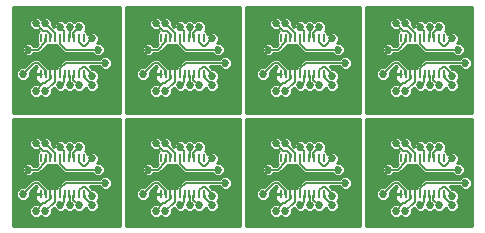
<source format=gbl>
G75*
%MOIN*%
%OFA0B0*%
%FSLAX25Y25*%
%IPPOS*%
%LPD*%
%AMOC8*
5,1,8,0,0,1.08239X$1,22.5*
%
%ADD10R,0.00787X0.02756*%
%ADD11C,0.01000*%
%ADD12C,0.02700*%
%ADD13C,0.00600*%
D10*
X0013327Y0014500D03*
X0014902Y0014500D03*
X0016476Y0014500D03*
X0018051Y0014500D03*
X0019626Y0014500D03*
X0021201Y0014500D03*
X0022776Y0014500D03*
X0024350Y0014500D03*
X0025925Y0014500D03*
X0027500Y0014500D03*
X0027500Y0026626D03*
X0025846Y0026626D03*
X0024272Y0026626D03*
X0022697Y0026626D03*
X0021122Y0026626D03*
X0019547Y0026626D03*
X0017972Y0026626D03*
X0016398Y0026626D03*
X0014823Y0026626D03*
X0013248Y0026626D03*
X0053248Y0026626D03*
X0054823Y0026626D03*
X0056398Y0026626D03*
X0057972Y0026626D03*
X0059547Y0026626D03*
X0061122Y0026626D03*
X0062697Y0026626D03*
X0064272Y0026626D03*
X0065846Y0026626D03*
X0067500Y0026626D03*
X0067500Y0014500D03*
X0065925Y0014500D03*
X0064350Y0014500D03*
X0062776Y0014500D03*
X0061201Y0014500D03*
X0059626Y0014500D03*
X0058051Y0014500D03*
X0056476Y0014500D03*
X0054902Y0014500D03*
X0053327Y0014500D03*
X0093327Y0014500D03*
X0094902Y0014500D03*
X0096476Y0014500D03*
X0098051Y0014500D03*
X0099626Y0014500D03*
X0101201Y0014500D03*
X0102776Y0014500D03*
X0104350Y0014500D03*
X0105925Y0014500D03*
X0107500Y0014500D03*
X0107500Y0026626D03*
X0105846Y0026626D03*
X0104272Y0026626D03*
X0102697Y0026626D03*
X0101122Y0026626D03*
X0099547Y0026626D03*
X0097972Y0026626D03*
X0096398Y0026626D03*
X0094823Y0026626D03*
X0093248Y0026626D03*
X0133248Y0026626D03*
X0134823Y0026626D03*
X0136398Y0026626D03*
X0137972Y0026626D03*
X0139547Y0026626D03*
X0141122Y0026626D03*
X0142697Y0026626D03*
X0144272Y0026626D03*
X0145846Y0026626D03*
X0147500Y0026626D03*
X0147500Y0014500D03*
X0145925Y0014500D03*
X0144350Y0014500D03*
X0142776Y0014500D03*
X0141201Y0014500D03*
X0139626Y0014500D03*
X0138051Y0014500D03*
X0136476Y0014500D03*
X0134902Y0014500D03*
X0133327Y0014500D03*
X0133327Y0054500D03*
X0134902Y0054500D03*
X0136476Y0054500D03*
X0138051Y0054500D03*
X0139626Y0054500D03*
X0141201Y0054500D03*
X0142776Y0054500D03*
X0144350Y0054500D03*
X0145925Y0054500D03*
X0147500Y0054500D03*
X0147500Y0066626D03*
X0145846Y0066626D03*
X0144272Y0066626D03*
X0142697Y0066626D03*
X0141122Y0066626D03*
X0139547Y0066626D03*
X0137972Y0066626D03*
X0136398Y0066626D03*
X0134823Y0066626D03*
X0133248Y0066626D03*
X0107500Y0066626D03*
X0105846Y0066626D03*
X0104272Y0066626D03*
X0102697Y0066626D03*
X0101122Y0066626D03*
X0099547Y0066626D03*
X0097972Y0066626D03*
X0096398Y0066626D03*
X0094823Y0066626D03*
X0093248Y0066626D03*
X0093327Y0054500D03*
X0094902Y0054500D03*
X0096476Y0054500D03*
X0098051Y0054500D03*
X0099626Y0054500D03*
X0101201Y0054500D03*
X0102776Y0054500D03*
X0104350Y0054500D03*
X0105925Y0054500D03*
X0107500Y0054500D03*
X0067500Y0054500D03*
X0065925Y0054500D03*
X0064350Y0054500D03*
X0062776Y0054500D03*
X0061201Y0054500D03*
X0059626Y0054500D03*
X0058051Y0054500D03*
X0056476Y0054500D03*
X0054902Y0054500D03*
X0053327Y0054500D03*
X0053248Y0066626D03*
X0054823Y0066626D03*
X0056398Y0066626D03*
X0057972Y0066626D03*
X0059547Y0066626D03*
X0061122Y0066626D03*
X0062697Y0066626D03*
X0064272Y0066626D03*
X0065846Y0066626D03*
X0067500Y0066626D03*
X0027500Y0066626D03*
X0025846Y0066626D03*
X0024272Y0066626D03*
X0022697Y0066626D03*
X0021122Y0066626D03*
X0019547Y0066626D03*
X0017972Y0066626D03*
X0016398Y0066626D03*
X0014823Y0066626D03*
X0013248Y0066626D03*
X0013327Y0054500D03*
X0014902Y0054500D03*
X0016476Y0054500D03*
X0018051Y0054500D03*
X0019626Y0054500D03*
X0021201Y0054500D03*
X0022776Y0054500D03*
X0024350Y0054500D03*
X0025925Y0054500D03*
X0027500Y0054500D03*
D11*
X0004000Y0039500D02*
X0004000Y0004000D01*
X0039500Y0004000D01*
X0039500Y0039500D01*
X0004000Y0039500D01*
X0004000Y0039309D02*
X0039500Y0039309D01*
X0039500Y0038311D02*
X0004000Y0038311D01*
X0004000Y0037312D02*
X0039500Y0037312D01*
X0041500Y0037312D02*
X0079500Y0037312D01*
X0079500Y0038311D02*
X0041500Y0038311D01*
X0041500Y0039309D02*
X0079500Y0039309D01*
X0079500Y0039500D02*
X0041500Y0039500D01*
X0041500Y0004000D01*
X0079500Y0004000D01*
X0079500Y0039500D01*
X0081500Y0039500D02*
X0119500Y0039500D01*
X0119500Y0004000D01*
X0081500Y0004000D01*
X0081500Y0039500D01*
X0081500Y0039309D02*
X0119500Y0039309D01*
X0119500Y0038311D02*
X0081500Y0038311D01*
X0081500Y0037312D02*
X0119500Y0037312D01*
X0121500Y0037312D02*
X0157000Y0037312D01*
X0157000Y0038311D02*
X0121500Y0038311D01*
X0121500Y0039309D02*
X0157000Y0039309D01*
X0157000Y0039500D02*
X0157000Y0004000D01*
X0121997Y0004000D01*
X0121500Y0004000D01*
X0121500Y0039500D01*
X0157000Y0039500D01*
X0157000Y0041500D02*
X0121500Y0041500D01*
X0121500Y0077000D01*
X0157000Y0077000D01*
X0157000Y0041500D01*
X0157000Y0042305D02*
X0121500Y0042305D01*
X0121500Y0043303D02*
X0157000Y0043303D01*
X0157000Y0044302D02*
X0121500Y0044302D01*
X0121500Y0045301D02*
X0157000Y0045301D01*
X0157000Y0046299D02*
X0121500Y0046299D01*
X0121500Y0047298D02*
X0130145Y0047298D01*
X0130693Y0046750D02*
X0129375Y0048068D01*
X0129375Y0049932D01*
X0130693Y0051250D01*
X0132178Y0051250D01*
X0132589Y0051661D01*
X0132354Y0051724D01*
X0132012Y0051922D01*
X0131733Y0052201D01*
X0131535Y0052543D01*
X0131433Y0052925D01*
X0131433Y0054500D01*
X0133327Y0054500D01*
X0131433Y0054500D01*
X0131433Y0056075D01*
X0131535Y0056457D01*
X0131733Y0056799D01*
X0131931Y0056997D01*
X0131753Y0057175D01*
X0131497Y0057175D01*
X0129500Y0055178D01*
X0129500Y0053693D01*
X0128182Y0052375D01*
X0126318Y0052375D01*
X0125000Y0053693D01*
X0125000Y0055557D01*
X0126318Y0056875D01*
X0127803Y0056875D01*
X0130503Y0059575D01*
X0132747Y0059575D01*
X0133450Y0058872D01*
X0135544Y0056778D01*
X0135668Y0056778D01*
X0135689Y0056757D01*
X0135710Y0056778D01*
X0137243Y0056778D01*
X0137264Y0056757D01*
X0137285Y0056778D01*
X0138550Y0056778D01*
X0138550Y0056997D01*
X0140425Y0058872D01*
X0141128Y0059575D01*
X0152768Y0059575D01*
X0153818Y0060625D01*
X0155682Y0060625D01*
X0157000Y0059307D01*
X0157000Y0057443D01*
X0155682Y0056125D01*
X0153818Y0056125D01*
X0152768Y0057175D01*
X0149522Y0057175D01*
X0150447Y0056250D01*
X0151307Y0056250D01*
X0152625Y0054932D01*
X0152625Y0053068D01*
X0151994Y0052437D01*
X0152625Y0051807D01*
X0152625Y0049943D01*
X0151307Y0048625D01*
X0149443Y0048625D01*
X0148187Y0049881D01*
X0146932Y0048625D01*
X0145068Y0048625D01*
X0144437Y0049256D01*
X0143807Y0048625D01*
X0141943Y0048625D01*
X0141313Y0049256D01*
X0140682Y0048625D01*
X0138818Y0048625D01*
X0137500Y0049943D01*
X0137500Y0050053D01*
X0137000Y0049553D01*
X0137000Y0048068D01*
X0135682Y0046750D01*
X0133818Y0046750D01*
X0133187Y0047381D01*
X0132557Y0046750D01*
X0130693Y0046750D01*
X0133105Y0047298D02*
X0133270Y0047298D01*
X0136230Y0047298D02*
X0157000Y0047298D01*
X0157000Y0048296D02*
X0137000Y0048296D01*
X0137000Y0049295D02*
X0138148Y0049295D01*
X0132220Y0051292D02*
X0121500Y0051292D01*
X0121500Y0052290D02*
X0131681Y0052290D01*
X0131433Y0053289D02*
X0129096Y0053289D01*
X0129500Y0054287D02*
X0131433Y0054287D01*
X0131433Y0055286D02*
X0129608Y0055286D01*
X0130606Y0056284D02*
X0131489Y0056284D01*
X0133327Y0054500D02*
X0133327Y0054500D01*
X0135039Y0057283D02*
X0138836Y0057283D01*
X0139834Y0058281D02*
X0134041Y0058281D01*
X0133042Y0059280D02*
X0140833Y0059280D01*
X0141128Y0061550D02*
X0150268Y0061550D01*
X0151318Y0060500D01*
X0153182Y0060500D01*
X0154500Y0061818D01*
X0154500Y0063682D01*
X0153182Y0065000D01*
X0152057Y0065000D01*
X0152625Y0065568D01*
X0152625Y0067432D01*
X0151307Y0068750D01*
X0149443Y0068750D01*
X0148794Y0068101D01*
X0148794Y0068377D01*
X0148266Y0068904D01*
X0147836Y0068904D01*
X0148250Y0069318D01*
X0148250Y0071182D01*
X0146932Y0072500D01*
X0145068Y0072500D01*
X0144437Y0071869D01*
X0143807Y0072500D01*
X0141943Y0072500D01*
X0141312Y0071869D01*
X0140682Y0072500D01*
X0138818Y0072500D01*
X0137500Y0071182D01*
X0137500Y0070447D01*
X0137000Y0070947D01*
X0137000Y0072432D01*
X0135682Y0073750D01*
X0133818Y0073750D01*
X0133187Y0073119D01*
X0132557Y0073750D01*
X0130693Y0073750D01*
X0129375Y0072432D01*
X0129375Y0070568D01*
X0130693Y0069250D01*
X0132178Y0069250D01*
X0132524Y0068904D01*
X0132482Y0068904D01*
X0131954Y0068377D01*
X0131954Y0064875D01*
X0132316Y0064513D01*
X0131753Y0063950D01*
X0131107Y0063950D01*
X0130057Y0065000D01*
X0128193Y0065000D01*
X0126875Y0063682D01*
X0126875Y0061818D01*
X0128193Y0060500D01*
X0130057Y0060500D01*
X0131107Y0061550D01*
X0132747Y0061550D01*
X0133450Y0062253D01*
X0135545Y0064348D01*
X0135589Y0064348D01*
X0135610Y0064369D01*
X0135631Y0064348D01*
X0137164Y0064348D01*
X0137185Y0064369D01*
X0137206Y0064348D01*
X0138550Y0064348D01*
X0138550Y0064128D01*
X0140425Y0062253D01*
X0141128Y0061550D01*
X0140403Y0062275D02*
X0133472Y0062275D01*
X0130834Y0061277D02*
X0150541Y0061277D01*
X0153471Y0060278D02*
X0121500Y0060278D01*
X0121500Y0059280D02*
X0130208Y0059280D01*
X0129209Y0058281D02*
X0121500Y0058281D01*
X0121500Y0057283D02*
X0128211Y0057283D01*
X0125727Y0056284D02*
X0121500Y0056284D01*
X0121500Y0055286D02*
X0125000Y0055286D01*
X0125000Y0054287D02*
X0121500Y0054287D01*
X0119500Y0054287D02*
X0112625Y0054287D01*
X0112625Y0054932D02*
X0111307Y0056250D01*
X0110447Y0056250D01*
X0109522Y0057175D01*
X0112768Y0057175D01*
X0113818Y0056125D01*
X0115682Y0056125D01*
X0117000Y0057443D01*
X0117000Y0059307D01*
X0115682Y0060625D01*
X0113818Y0060625D01*
X0112768Y0059575D01*
X0101128Y0059575D01*
X0100425Y0058872D01*
X0098550Y0056997D01*
X0098550Y0056778D01*
X0097285Y0056778D01*
X0097264Y0056757D01*
X0097243Y0056778D01*
X0095710Y0056778D01*
X0095689Y0056757D01*
X0095668Y0056778D01*
X0095544Y0056778D01*
X0093450Y0058872D01*
X0092747Y0059575D01*
X0090503Y0059575D01*
X0087803Y0056875D01*
X0086318Y0056875D01*
X0085000Y0055557D01*
X0085000Y0053693D01*
X0086318Y0052375D01*
X0088182Y0052375D01*
X0089500Y0053693D01*
X0089500Y0055178D01*
X0091497Y0057175D01*
X0091753Y0057175D01*
X0091931Y0056997D01*
X0091733Y0056799D01*
X0091535Y0056457D01*
X0091433Y0056075D01*
X0091433Y0054500D01*
X0093327Y0054500D01*
X0091433Y0054500D01*
X0091433Y0052925D01*
X0091535Y0052543D01*
X0091733Y0052201D01*
X0092012Y0051922D01*
X0092354Y0051724D01*
X0092589Y0051661D01*
X0092178Y0051250D01*
X0090693Y0051250D01*
X0089375Y0049932D01*
X0089375Y0048068D01*
X0090693Y0046750D01*
X0092557Y0046750D01*
X0093187Y0047381D01*
X0093818Y0046750D01*
X0095682Y0046750D01*
X0097000Y0048068D01*
X0097000Y0049553D01*
X0097500Y0050053D01*
X0097500Y0049943D01*
X0098818Y0048625D01*
X0100682Y0048625D01*
X0101312Y0049256D01*
X0101943Y0048625D01*
X0103807Y0048625D01*
X0104437Y0049256D01*
X0105068Y0048625D01*
X0106932Y0048625D01*
X0108187Y0049881D01*
X0109443Y0048625D01*
X0111307Y0048625D01*
X0112625Y0049943D01*
X0112625Y0051807D01*
X0111994Y0052437D01*
X0112625Y0053068D01*
X0112625Y0054932D01*
X0112271Y0055286D02*
X0119500Y0055286D01*
X0119500Y0056284D02*
X0115841Y0056284D01*
X0116840Y0057283D02*
X0119500Y0057283D01*
X0119500Y0058281D02*
X0117000Y0058281D01*
X0117000Y0059280D02*
X0119500Y0059280D01*
X0119500Y0060278D02*
X0116029Y0060278D01*
X0114500Y0061818D02*
X0114500Y0063682D01*
X0113182Y0065000D01*
X0112057Y0065000D01*
X0112625Y0065568D01*
X0112625Y0067432D01*
X0111307Y0068750D01*
X0109443Y0068750D01*
X0108794Y0068101D01*
X0108794Y0068377D01*
X0108266Y0068904D01*
X0107836Y0068904D01*
X0108250Y0069318D01*
X0108250Y0071182D01*
X0106932Y0072500D01*
X0105068Y0072500D01*
X0104437Y0071869D01*
X0103807Y0072500D01*
X0101943Y0072500D01*
X0101312Y0071869D01*
X0100682Y0072500D01*
X0098818Y0072500D01*
X0097500Y0071182D01*
X0097500Y0070447D01*
X0097000Y0070947D01*
X0097000Y0072432D01*
X0095682Y0073750D01*
X0093818Y0073750D01*
X0093187Y0073119D01*
X0092557Y0073750D01*
X0090693Y0073750D01*
X0089375Y0072432D01*
X0089375Y0070568D01*
X0090693Y0069250D01*
X0092178Y0069250D01*
X0092524Y0068904D01*
X0092482Y0068904D01*
X0091954Y0068377D01*
X0091954Y0064875D01*
X0092316Y0064513D01*
X0091753Y0063950D01*
X0091107Y0063950D01*
X0090057Y0065000D01*
X0088193Y0065000D01*
X0086875Y0063682D01*
X0086875Y0061818D01*
X0088193Y0060500D01*
X0090057Y0060500D01*
X0091107Y0061550D01*
X0092747Y0061550D01*
X0095545Y0064348D01*
X0095589Y0064348D01*
X0095610Y0064369D01*
X0095631Y0064348D01*
X0097164Y0064348D01*
X0097185Y0064369D01*
X0097206Y0064348D01*
X0098550Y0064348D01*
X0098550Y0064128D01*
X0100425Y0062253D01*
X0101128Y0061550D01*
X0110268Y0061550D01*
X0111318Y0060500D01*
X0113182Y0060500D01*
X0114500Y0061818D01*
X0114500Y0062275D02*
X0119500Y0062275D01*
X0119500Y0061277D02*
X0113959Y0061277D01*
X0113471Y0060278D02*
X0081500Y0060278D01*
X0081500Y0059280D02*
X0090208Y0059280D01*
X0093042Y0059280D02*
X0100833Y0059280D01*
X0099834Y0058281D02*
X0094041Y0058281D01*
X0095039Y0057283D02*
X0098836Y0057283D01*
X0093327Y0054500D02*
X0093327Y0054500D01*
X0091433Y0054287D02*
X0089500Y0054287D01*
X0089608Y0055286D02*
X0091433Y0055286D01*
X0091489Y0056284D02*
X0090606Y0056284D01*
X0089209Y0058281D02*
X0081500Y0058281D01*
X0081500Y0057283D02*
X0088211Y0057283D01*
X0085727Y0056284D02*
X0081500Y0056284D01*
X0081500Y0055286D02*
X0085000Y0055286D01*
X0085000Y0054287D02*
X0081500Y0054287D01*
X0079500Y0054287D02*
X0072625Y0054287D01*
X0072625Y0054932D02*
X0071307Y0056250D01*
X0070447Y0056250D01*
X0069522Y0057175D01*
X0072768Y0057175D01*
X0073818Y0056125D01*
X0075682Y0056125D01*
X0077000Y0057443D01*
X0077000Y0059307D01*
X0075682Y0060625D01*
X0073818Y0060625D01*
X0072768Y0059575D01*
X0061128Y0059575D01*
X0060425Y0058872D01*
X0058550Y0056997D01*
X0058550Y0056778D01*
X0057285Y0056778D01*
X0057264Y0056757D01*
X0057243Y0056778D01*
X0055710Y0056778D01*
X0055689Y0056757D01*
X0055668Y0056778D01*
X0055544Y0056778D01*
X0053450Y0058872D01*
X0052747Y0059575D01*
X0050503Y0059575D01*
X0047803Y0056875D01*
X0046318Y0056875D01*
X0045000Y0055557D01*
X0045000Y0053693D01*
X0046318Y0052375D01*
X0048182Y0052375D01*
X0049500Y0053693D01*
X0049500Y0055178D01*
X0051497Y0057175D01*
X0051753Y0057175D01*
X0051931Y0056997D01*
X0051733Y0056799D01*
X0051535Y0056457D01*
X0051433Y0056075D01*
X0051433Y0054500D01*
X0053327Y0054500D01*
X0051433Y0054500D01*
X0051433Y0052925D01*
X0051535Y0052543D01*
X0051733Y0052201D01*
X0052012Y0051922D01*
X0052354Y0051724D01*
X0052589Y0051661D01*
X0052178Y0051250D01*
X0050693Y0051250D01*
X0049375Y0049932D01*
X0049375Y0048068D01*
X0050693Y0046750D01*
X0052557Y0046750D01*
X0053187Y0047381D01*
X0053818Y0046750D01*
X0055682Y0046750D01*
X0057000Y0048068D01*
X0057000Y0049553D01*
X0057500Y0050053D01*
X0057500Y0049943D01*
X0058818Y0048625D01*
X0060682Y0048625D01*
X0061312Y0049256D01*
X0061943Y0048625D01*
X0063807Y0048625D01*
X0064437Y0049256D01*
X0065068Y0048625D01*
X0066932Y0048625D01*
X0068187Y0049881D01*
X0069443Y0048625D01*
X0071307Y0048625D01*
X0072625Y0049943D01*
X0072625Y0051807D01*
X0071994Y0052437D01*
X0072625Y0053068D01*
X0072625Y0054932D01*
X0072271Y0055286D02*
X0079500Y0055286D01*
X0079500Y0056284D02*
X0075841Y0056284D01*
X0076840Y0057283D02*
X0079500Y0057283D01*
X0079500Y0058281D02*
X0077000Y0058281D01*
X0077000Y0059280D02*
X0079500Y0059280D01*
X0079500Y0060278D02*
X0076029Y0060278D01*
X0074500Y0061818D02*
X0074500Y0063682D01*
X0073182Y0065000D01*
X0072057Y0065000D01*
X0072625Y0065568D01*
X0072625Y0067432D01*
X0071307Y0068750D01*
X0069443Y0068750D01*
X0068794Y0068101D01*
X0068794Y0068377D01*
X0068266Y0068904D01*
X0067836Y0068904D01*
X0068250Y0069318D01*
X0068250Y0071182D01*
X0066932Y0072500D01*
X0065068Y0072500D01*
X0064437Y0071869D01*
X0063807Y0072500D01*
X0061943Y0072500D01*
X0061312Y0071869D01*
X0060682Y0072500D01*
X0058818Y0072500D01*
X0057500Y0071182D01*
X0057500Y0070447D01*
X0057000Y0070947D01*
X0057000Y0072432D01*
X0055682Y0073750D01*
X0053818Y0073750D01*
X0053187Y0073119D01*
X0052557Y0073750D01*
X0050693Y0073750D01*
X0049375Y0072432D01*
X0049375Y0070568D01*
X0050693Y0069250D01*
X0052178Y0069250D01*
X0052524Y0068904D01*
X0052482Y0068904D01*
X0051954Y0068377D01*
X0051954Y0064875D01*
X0052316Y0064513D01*
X0051753Y0063950D01*
X0051107Y0063950D01*
X0050057Y0065000D01*
X0048193Y0065000D01*
X0046875Y0063682D01*
X0046875Y0061818D01*
X0048193Y0060500D01*
X0050057Y0060500D01*
X0051107Y0061550D01*
X0052747Y0061550D01*
X0053450Y0062253D01*
X0055545Y0064348D01*
X0055589Y0064348D01*
X0055610Y0064369D01*
X0055631Y0064348D01*
X0057164Y0064348D01*
X0057185Y0064369D01*
X0057206Y0064348D01*
X0058550Y0064348D01*
X0058550Y0064128D01*
X0060425Y0062253D01*
X0061128Y0061550D01*
X0070268Y0061550D01*
X0071318Y0060500D01*
X0073182Y0060500D01*
X0074500Y0061818D01*
X0074500Y0062275D02*
X0079500Y0062275D01*
X0079500Y0061277D02*
X0073959Y0061277D01*
X0073471Y0060278D02*
X0041500Y0060278D01*
X0041500Y0059280D02*
X0050208Y0059280D01*
X0053042Y0059280D02*
X0060833Y0059280D01*
X0059834Y0058281D02*
X0054041Y0058281D01*
X0055039Y0057283D02*
X0058836Y0057283D01*
X0053327Y0054500D02*
X0053327Y0054500D01*
X0051433Y0054287D02*
X0049500Y0054287D01*
X0049608Y0055286D02*
X0051433Y0055286D01*
X0051489Y0056284D02*
X0050606Y0056284D01*
X0049209Y0058281D02*
X0041500Y0058281D01*
X0041500Y0057283D02*
X0048211Y0057283D01*
X0045727Y0056284D02*
X0041500Y0056284D01*
X0041500Y0055286D02*
X0045000Y0055286D01*
X0045000Y0054287D02*
X0041500Y0054287D01*
X0039500Y0054287D02*
X0032625Y0054287D01*
X0032625Y0054932D02*
X0031307Y0056250D01*
X0030447Y0056250D01*
X0029522Y0057175D01*
X0032768Y0057175D01*
X0033818Y0056125D01*
X0035682Y0056125D01*
X0037000Y0057443D01*
X0037000Y0059307D01*
X0035682Y0060625D01*
X0033818Y0060625D01*
X0032768Y0059575D01*
X0021128Y0059575D01*
X0020425Y0058872D01*
X0018550Y0056997D01*
X0018550Y0056778D01*
X0017285Y0056778D01*
X0017264Y0056757D01*
X0017243Y0056778D01*
X0015710Y0056778D01*
X0015689Y0056757D01*
X0015668Y0056778D01*
X0015544Y0056778D01*
X0013450Y0058872D01*
X0012747Y0059575D01*
X0010503Y0059575D01*
X0007803Y0056875D01*
X0006318Y0056875D01*
X0005000Y0055557D01*
X0005000Y0053693D01*
X0006318Y0052375D01*
X0008182Y0052375D01*
X0009500Y0053693D01*
X0009500Y0055178D01*
X0011497Y0057175D01*
X0011753Y0057175D01*
X0011931Y0056997D01*
X0011733Y0056799D01*
X0011535Y0056457D01*
X0011433Y0056075D01*
X0011433Y0054500D01*
X0013327Y0054500D01*
X0011433Y0054500D01*
X0011433Y0052925D01*
X0011535Y0052543D01*
X0011733Y0052201D01*
X0012012Y0051922D01*
X0012354Y0051724D01*
X0012589Y0051661D01*
X0012178Y0051250D01*
X0010693Y0051250D01*
X0009375Y0049932D01*
X0009375Y0048068D01*
X0010693Y0046750D01*
X0012557Y0046750D01*
X0013187Y0047381D01*
X0013818Y0046750D01*
X0015682Y0046750D01*
X0017000Y0048068D01*
X0017000Y0049553D01*
X0017500Y0050053D01*
X0017500Y0049943D01*
X0018818Y0048625D01*
X0020682Y0048625D01*
X0021312Y0049256D01*
X0021943Y0048625D01*
X0023807Y0048625D01*
X0024437Y0049256D01*
X0025068Y0048625D01*
X0026932Y0048625D01*
X0028187Y0049881D01*
X0029443Y0048625D01*
X0031307Y0048625D01*
X0032625Y0049943D01*
X0032625Y0051807D01*
X0031994Y0052437D01*
X0032625Y0053068D01*
X0032625Y0054932D01*
X0032271Y0055286D02*
X0039500Y0055286D01*
X0039500Y0056284D02*
X0035841Y0056284D01*
X0036840Y0057283D02*
X0039500Y0057283D01*
X0039500Y0058281D02*
X0037000Y0058281D01*
X0037000Y0059280D02*
X0039500Y0059280D01*
X0039500Y0060278D02*
X0036029Y0060278D01*
X0033959Y0061277D02*
X0039500Y0061277D01*
X0039500Y0062275D02*
X0034500Y0062275D01*
X0034500Y0061818D02*
X0034500Y0063682D01*
X0033182Y0065000D01*
X0032057Y0065000D01*
X0032625Y0065568D01*
X0032625Y0067432D01*
X0031307Y0068750D01*
X0029443Y0068750D01*
X0028794Y0068101D01*
X0028794Y0068377D01*
X0028266Y0068904D01*
X0027836Y0068904D01*
X0028250Y0069318D01*
X0028250Y0071182D01*
X0026932Y0072500D01*
X0025068Y0072500D01*
X0024437Y0071869D01*
X0023807Y0072500D01*
X0021943Y0072500D01*
X0021312Y0071869D01*
X0020682Y0072500D01*
X0018818Y0072500D01*
X0017500Y0071182D01*
X0017500Y0070447D01*
X0017000Y0070947D01*
X0017000Y0072432D01*
X0015682Y0073750D01*
X0013818Y0073750D01*
X0013187Y0073119D01*
X0012557Y0073750D01*
X0010693Y0073750D01*
X0009375Y0072432D01*
X0009375Y0070568D01*
X0010693Y0069250D01*
X0012178Y0069250D01*
X0012524Y0068904D01*
X0012482Y0068904D01*
X0011954Y0068377D01*
X0011954Y0064875D01*
X0012316Y0064513D01*
X0011753Y0063950D01*
X0011107Y0063950D01*
X0010057Y0065000D01*
X0008193Y0065000D01*
X0006875Y0063682D01*
X0006875Y0061818D01*
X0008193Y0060500D01*
X0010057Y0060500D01*
X0011107Y0061550D01*
X0012747Y0061550D01*
X0015545Y0064348D01*
X0015589Y0064348D01*
X0015610Y0064369D01*
X0015631Y0064348D01*
X0017164Y0064348D01*
X0017185Y0064369D01*
X0017206Y0064348D01*
X0018550Y0064348D01*
X0018550Y0064128D01*
X0020425Y0062253D01*
X0021128Y0061550D01*
X0030268Y0061550D01*
X0031318Y0060500D01*
X0033182Y0060500D01*
X0034500Y0061818D01*
X0034500Y0063274D02*
X0039500Y0063274D01*
X0039500Y0064272D02*
X0033910Y0064272D01*
X0032328Y0065271D02*
X0039500Y0065271D01*
X0039500Y0066269D02*
X0032625Y0066269D01*
X0032625Y0067268D02*
X0039500Y0067268D01*
X0039500Y0068266D02*
X0031791Y0068266D01*
X0028959Y0068266D02*
X0028794Y0068266D01*
X0028197Y0069265D02*
X0039500Y0069265D01*
X0039500Y0070263D02*
X0028250Y0070263D01*
X0028170Y0071262D02*
X0039500Y0071262D01*
X0041500Y0071262D02*
X0049375Y0071262D01*
X0049680Y0070263D02*
X0041500Y0070263D01*
X0041500Y0069265D02*
X0050678Y0069265D01*
X0051954Y0068266D02*
X0041500Y0068266D01*
X0041500Y0067268D02*
X0051954Y0067268D01*
X0051954Y0066269D02*
X0041500Y0066269D01*
X0041500Y0065271D02*
X0051954Y0065271D01*
X0052075Y0064272D02*
X0050785Y0064272D01*
X0047465Y0064272D02*
X0041500Y0064272D01*
X0041500Y0063274D02*
X0046875Y0063274D01*
X0046875Y0062275D02*
X0041500Y0062275D01*
X0041500Y0061277D02*
X0047416Y0061277D01*
X0050834Y0061277D02*
X0070541Y0061277D01*
X0074500Y0063274D02*
X0079500Y0063274D01*
X0079500Y0064272D02*
X0073910Y0064272D01*
X0072328Y0065271D02*
X0079500Y0065271D01*
X0079500Y0066269D02*
X0072625Y0066269D01*
X0072625Y0067268D02*
X0079500Y0067268D01*
X0079500Y0068266D02*
X0071791Y0068266D01*
X0068959Y0068266D02*
X0068794Y0068266D01*
X0068197Y0069265D02*
X0079500Y0069265D01*
X0079500Y0070263D02*
X0068250Y0070263D01*
X0068170Y0071262D02*
X0079500Y0071262D01*
X0081500Y0071262D02*
X0089375Y0071262D01*
X0089680Y0070263D02*
X0081500Y0070263D01*
X0081500Y0069265D02*
X0090678Y0069265D01*
X0091954Y0068266D02*
X0081500Y0068266D01*
X0081500Y0067268D02*
X0091954Y0067268D01*
X0091954Y0066269D02*
X0081500Y0066269D01*
X0081500Y0065271D02*
X0091954Y0065271D01*
X0092075Y0064272D02*
X0090785Y0064272D01*
X0087465Y0064272D02*
X0081500Y0064272D01*
X0081500Y0063274D02*
X0086875Y0063274D01*
X0086875Y0062275D02*
X0081500Y0062275D01*
X0081500Y0061277D02*
X0087416Y0061277D01*
X0090834Y0061277D02*
X0110541Y0061277D01*
X0114500Y0063274D02*
X0119500Y0063274D01*
X0119500Y0064272D02*
X0113910Y0064272D01*
X0112328Y0065271D02*
X0119500Y0065271D01*
X0119500Y0066269D02*
X0112625Y0066269D01*
X0112625Y0067268D02*
X0119500Y0067268D01*
X0119500Y0068266D02*
X0111791Y0068266D01*
X0108959Y0068266D02*
X0108794Y0068266D01*
X0108197Y0069265D02*
X0119500Y0069265D01*
X0119500Y0070263D02*
X0108250Y0070263D01*
X0108170Y0071262D02*
X0119500Y0071262D01*
X0121500Y0071262D02*
X0129375Y0071262D01*
X0129680Y0070263D02*
X0121500Y0070263D01*
X0121500Y0069265D02*
X0130678Y0069265D01*
X0131954Y0068266D02*
X0121500Y0068266D01*
X0121500Y0067268D02*
X0131954Y0067268D01*
X0131954Y0066269D02*
X0121500Y0066269D01*
X0121500Y0065271D02*
X0131954Y0065271D01*
X0132075Y0064272D02*
X0130785Y0064272D01*
X0127465Y0064272D02*
X0121500Y0064272D01*
X0121500Y0063274D02*
X0126875Y0063274D01*
X0126875Y0062275D02*
X0121500Y0062275D01*
X0121500Y0061277D02*
X0127416Y0061277D01*
X0134471Y0063274D02*
X0139404Y0063274D01*
X0138550Y0064272D02*
X0135469Y0064272D01*
X0137000Y0071262D02*
X0137580Y0071262D01*
X0137000Y0072260D02*
X0138578Y0072260D01*
X0140922Y0072260D02*
X0141703Y0072260D01*
X0144047Y0072260D02*
X0144828Y0072260D01*
X0147172Y0072260D02*
X0157000Y0072260D01*
X0157000Y0073259D02*
X0136173Y0073259D01*
X0133327Y0073259D02*
X0133048Y0073259D01*
X0130202Y0073259D02*
X0121500Y0073259D01*
X0121500Y0074257D02*
X0157000Y0074257D01*
X0157000Y0075256D02*
X0121500Y0075256D01*
X0119500Y0075256D02*
X0081500Y0075256D01*
X0081500Y0074257D02*
X0119500Y0074257D01*
X0119500Y0073259D02*
X0096173Y0073259D01*
X0097000Y0072260D02*
X0098578Y0072260D01*
X0100922Y0072260D02*
X0101703Y0072260D01*
X0104047Y0072260D02*
X0104828Y0072260D01*
X0107172Y0072260D02*
X0119500Y0072260D01*
X0121500Y0072260D02*
X0129375Y0072260D01*
X0121500Y0076254D02*
X0157000Y0076254D01*
X0157000Y0071262D02*
X0148170Y0071262D01*
X0148250Y0070263D02*
X0157000Y0070263D01*
X0157000Y0069265D02*
X0148197Y0069265D01*
X0148794Y0068266D02*
X0148959Y0068266D01*
X0151791Y0068266D02*
X0157000Y0068266D01*
X0157000Y0067268D02*
X0152625Y0067268D01*
X0152625Y0066269D02*
X0157000Y0066269D01*
X0157000Y0065271D02*
X0152328Y0065271D01*
X0153910Y0064272D02*
X0157000Y0064272D01*
X0157000Y0063274D02*
X0154500Y0063274D01*
X0154500Y0062275D02*
X0157000Y0062275D01*
X0157000Y0061277D02*
X0153959Y0061277D01*
X0156029Y0060278D02*
X0157000Y0060278D01*
X0157000Y0059280D02*
X0157000Y0059280D01*
X0157000Y0058281D02*
X0157000Y0058281D01*
X0157000Y0057283D02*
X0156840Y0057283D01*
X0157000Y0056284D02*
X0155841Y0056284D01*
X0157000Y0055286D02*
X0152271Y0055286D01*
X0152625Y0054287D02*
X0157000Y0054287D01*
X0157000Y0053289D02*
X0152625Y0053289D01*
X0152142Y0052290D02*
X0157000Y0052290D01*
X0157000Y0051292D02*
X0152625Y0051292D01*
X0152625Y0050293D02*
X0157000Y0050293D01*
X0157000Y0049295D02*
X0151977Y0049295D01*
X0148773Y0049295D02*
X0147602Y0049295D01*
X0150413Y0056284D02*
X0153659Y0056284D01*
X0129736Y0050293D02*
X0121500Y0050293D01*
X0119500Y0050293D02*
X0112625Y0050293D01*
X0112625Y0051292D02*
X0119500Y0051292D01*
X0119500Y0052290D02*
X0112142Y0052290D01*
X0112625Y0053289D02*
X0119500Y0053289D01*
X0121500Y0053289D02*
X0125404Y0053289D01*
X0121500Y0049295D02*
X0129375Y0049295D01*
X0129375Y0048296D02*
X0121500Y0048296D01*
X0119500Y0048296D02*
X0097000Y0048296D01*
X0097000Y0049295D02*
X0098148Y0049295D01*
X0096230Y0047298D02*
X0119500Y0047298D01*
X0119500Y0046299D02*
X0081500Y0046299D01*
X0081500Y0047298D02*
X0090145Y0047298D01*
X0089375Y0048296D02*
X0081500Y0048296D01*
X0081500Y0049295D02*
X0089375Y0049295D01*
X0089736Y0050293D02*
X0081500Y0050293D01*
X0081500Y0051292D02*
X0092220Y0051292D01*
X0091681Y0052290D02*
X0081500Y0052290D01*
X0081500Y0053289D02*
X0085404Y0053289D01*
X0089096Y0053289D02*
X0091433Y0053289D01*
X0093105Y0047298D02*
X0093270Y0047298D01*
X0081500Y0045301D02*
X0119500Y0045301D01*
X0119500Y0044302D02*
X0081500Y0044302D01*
X0081500Y0043303D02*
X0119500Y0043303D01*
X0119500Y0042305D02*
X0081500Y0042305D01*
X0081500Y0041500D02*
X0081500Y0077000D01*
X0119500Y0077000D01*
X0119500Y0041500D01*
X0081500Y0041500D01*
X0079500Y0041500D02*
X0079500Y0077000D01*
X0041500Y0077000D01*
X0041500Y0041500D01*
X0079500Y0041500D01*
X0079500Y0042305D02*
X0041500Y0042305D01*
X0041500Y0043303D02*
X0079500Y0043303D01*
X0079500Y0044302D02*
X0041500Y0044302D01*
X0041500Y0045301D02*
X0079500Y0045301D01*
X0079500Y0046299D02*
X0041500Y0046299D01*
X0041500Y0047298D02*
X0050145Y0047298D01*
X0049375Y0048296D02*
X0041500Y0048296D01*
X0041500Y0049295D02*
X0049375Y0049295D01*
X0049736Y0050293D02*
X0041500Y0050293D01*
X0041500Y0051292D02*
X0052220Y0051292D01*
X0051681Y0052290D02*
X0041500Y0052290D01*
X0041500Y0053289D02*
X0045404Y0053289D01*
X0049096Y0053289D02*
X0051433Y0053289D01*
X0057000Y0049295D02*
X0058148Y0049295D01*
X0057000Y0048296D02*
X0079500Y0048296D01*
X0079500Y0047298D02*
X0056230Y0047298D01*
X0053270Y0047298D02*
X0053105Y0047298D01*
X0039500Y0047298D02*
X0016230Y0047298D01*
X0017000Y0048296D02*
X0039500Y0048296D01*
X0039500Y0049295D02*
X0031977Y0049295D01*
X0032625Y0050293D02*
X0039500Y0050293D01*
X0039500Y0051292D02*
X0032625Y0051292D01*
X0032142Y0052290D02*
X0039500Y0052290D01*
X0039500Y0053289D02*
X0032625Y0053289D01*
X0033659Y0056284D02*
X0030413Y0056284D01*
X0033471Y0060278D02*
X0004000Y0060278D01*
X0004000Y0059280D02*
X0010208Y0059280D01*
X0009209Y0058281D02*
X0004000Y0058281D01*
X0004000Y0057283D02*
X0008211Y0057283D01*
X0010606Y0056284D02*
X0011489Y0056284D01*
X0011433Y0055286D02*
X0009608Y0055286D01*
X0009500Y0054287D02*
X0011433Y0054287D01*
X0013327Y0054500D02*
X0013327Y0054500D01*
X0011433Y0053289D02*
X0009096Y0053289D01*
X0011681Y0052290D02*
X0004000Y0052290D01*
X0004000Y0051292D02*
X0012220Y0051292D01*
X0009736Y0050293D02*
X0004000Y0050293D01*
X0004000Y0049295D02*
X0009375Y0049295D01*
X0009375Y0048296D02*
X0004000Y0048296D01*
X0004000Y0047298D02*
X0010145Y0047298D01*
X0013105Y0047298D02*
X0013270Y0047298D01*
X0017000Y0049295D02*
X0018148Y0049295D01*
X0027602Y0049295D02*
X0028773Y0049295D01*
X0039500Y0046299D02*
X0004000Y0046299D01*
X0004000Y0045301D02*
X0039500Y0045301D01*
X0039500Y0044302D02*
X0004000Y0044302D01*
X0004000Y0043303D02*
X0039500Y0043303D01*
X0039500Y0042305D02*
X0004000Y0042305D01*
X0004000Y0041500D02*
X0004000Y0077000D01*
X0039500Y0077000D01*
X0039500Y0041500D01*
X0004000Y0041500D01*
X0004000Y0036314D02*
X0039500Y0036314D01*
X0039500Y0035315D02*
X0004000Y0035315D01*
X0004000Y0034317D02*
X0039500Y0034317D01*
X0039500Y0033318D02*
X0016114Y0033318D01*
X0015682Y0033750D02*
X0017000Y0032432D01*
X0017000Y0030947D01*
X0017500Y0030447D01*
X0017500Y0031182D01*
X0018818Y0032500D01*
X0020682Y0032500D01*
X0021312Y0031869D01*
X0021943Y0032500D01*
X0023807Y0032500D01*
X0024437Y0031869D01*
X0025068Y0032500D01*
X0026932Y0032500D01*
X0028250Y0031182D01*
X0028250Y0029318D01*
X0027836Y0028904D01*
X0028266Y0028904D01*
X0028794Y0028377D01*
X0028794Y0028101D01*
X0029443Y0028750D01*
X0031307Y0028750D01*
X0032625Y0027432D01*
X0032625Y0025568D01*
X0032057Y0025000D01*
X0033182Y0025000D01*
X0034500Y0023682D01*
X0034500Y0021818D01*
X0033182Y0020500D01*
X0031318Y0020500D01*
X0030268Y0021550D01*
X0021128Y0021550D01*
X0020425Y0022253D01*
X0018550Y0024128D01*
X0018550Y0024348D01*
X0017206Y0024348D01*
X0017185Y0024369D01*
X0017164Y0024348D01*
X0015631Y0024348D01*
X0015610Y0024369D01*
X0015589Y0024348D01*
X0015545Y0024348D01*
X0013450Y0022253D01*
X0012747Y0021550D01*
X0011107Y0021550D01*
X0010057Y0020500D01*
X0008193Y0020500D01*
X0006875Y0021818D01*
X0006875Y0023682D01*
X0008193Y0025000D01*
X0010057Y0025000D01*
X0011107Y0023950D01*
X0011753Y0023950D01*
X0012316Y0024513D01*
X0011954Y0024875D01*
X0011954Y0028377D01*
X0012482Y0028904D01*
X0012524Y0028904D01*
X0012178Y0029250D01*
X0010693Y0029250D01*
X0009375Y0030568D01*
X0009375Y0032432D01*
X0010693Y0033750D01*
X0012557Y0033750D01*
X0013187Y0033119D01*
X0013818Y0033750D01*
X0015682Y0033750D01*
X0013386Y0033318D02*
X0012989Y0033318D01*
X0010261Y0033318D02*
X0004000Y0033318D01*
X0004000Y0032320D02*
X0009375Y0032320D01*
X0009375Y0031321D02*
X0004000Y0031321D01*
X0004000Y0030323D02*
X0009620Y0030323D01*
X0010619Y0029324D02*
X0004000Y0029324D01*
X0004000Y0028326D02*
X0011954Y0028326D01*
X0011954Y0027327D02*
X0004000Y0027327D01*
X0004000Y0026329D02*
X0011954Y0026329D01*
X0011954Y0025330D02*
X0004000Y0025330D01*
X0004000Y0024332D02*
X0007525Y0024332D01*
X0006875Y0023333D02*
X0004000Y0023333D01*
X0004000Y0022335D02*
X0006875Y0022335D01*
X0007357Y0021336D02*
X0004000Y0021336D01*
X0004000Y0020338D02*
X0033531Y0020338D01*
X0033818Y0020625D02*
X0032768Y0019575D01*
X0021128Y0019575D01*
X0020425Y0018872D01*
X0018550Y0016997D01*
X0018550Y0016778D01*
X0017285Y0016778D01*
X0017264Y0016757D01*
X0017243Y0016778D01*
X0015710Y0016778D01*
X0015689Y0016757D01*
X0015668Y0016778D01*
X0015544Y0016778D01*
X0013450Y0018872D01*
X0013450Y0018872D01*
X0012747Y0019575D01*
X0010503Y0019575D01*
X0007803Y0016875D01*
X0006318Y0016875D01*
X0005000Y0015557D01*
X0005000Y0013693D01*
X0006318Y0012375D01*
X0008182Y0012375D01*
X0009500Y0013693D01*
X0009500Y0015178D01*
X0011497Y0017175D01*
X0011753Y0017175D01*
X0011931Y0016997D01*
X0011733Y0016799D01*
X0011535Y0016457D01*
X0011433Y0016075D01*
X0011433Y0014500D01*
X0013327Y0014500D01*
X0011433Y0014500D01*
X0011433Y0012925D01*
X0011535Y0012543D01*
X0011733Y0012201D01*
X0012012Y0011922D01*
X0012354Y0011724D01*
X0012589Y0011661D01*
X0012178Y0011250D01*
X0010693Y0011250D01*
X0009375Y0009932D01*
X0009375Y0008068D01*
X0010693Y0006750D01*
X0012557Y0006750D01*
X0013187Y0007381D01*
X0013818Y0006750D01*
X0015682Y0006750D01*
X0017000Y0008068D01*
X0017000Y0009553D01*
X0017500Y0010053D01*
X0017500Y0009943D01*
X0018818Y0008625D01*
X0020682Y0008625D01*
X0021312Y0009256D01*
X0021943Y0008625D01*
X0023807Y0008625D01*
X0024437Y0009256D01*
X0025068Y0008625D01*
X0026932Y0008625D01*
X0028187Y0009881D01*
X0029443Y0008625D01*
X0031307Y0008625D01*
X0032625Y0009943D01*
X0032625Y0011807D01*
X0031994Y0012437D01*
X0032625Y0013068D01*
X0032625Y0014932D01*
X0031307Y0016250D01*
X0030447Y0016250D01*
X0029522Y0017175D01*
X0032768Y0017175D01*
X0033818Y0016125D01*
X0035682Y0016125D01*
X0037000Y0017443D01*
X0037000Y0019307D01*
X0035682Y0020625D01*
X0033818Y0020625D01*
X0034018Y0021336D02*
X0039500Y0021336D01*
X0039500Y0020338D02*
X0035969Y0020338D01*
X0036968Y0019339D02*
X0039500Y0019339D01*
X0039500Y0018341D02*
X0037000Y0018341D01*
X0036899Y0017342D02*
X0039500Y0017342D01*
X0039500Y0016344D02*
X0035901Y0016344D01*
X0033599Y0016344D02*
X0030353Y0016344D01*
X0032212Y0015345D02*
X0039500Y0015345D01*
X0039500Y0014347D02*
X0032625Y0014347D01*
X0032625Y0013348D02*
X0039500Y0013348D01*
X0039500Y0012350D02*
X0032082Y0012350D01*
X0032625Y0011351D02*
X0039500Y0011351D01*
X0041500Y0011351D02*
X0052279Y0011351D01*
X0052178Y0011250D02*
X0052589Y0011661D01*
X0052354Y0011724D01*
X0052012Y0011922D01*
X0051733Y0012201D01*
X0051535Y0012543D01*
X0051433Y0012925D01*
X0051433Y0014500D01*
X0053327Y0014500D01*
X0051433Y0014500D01*
X0051433Y0016075D01*
X0051535Y0016457D01*
X0051733Y0016799D01*
X0051931Y0016997D01*
X0051753Y0017175D01*
X0051497Y0017175D01*
X0049500Y0015178D01*
X0049500Y0013693D01*
X0048182Y0012375D01*
X0046318Y0012375D01*
X0045000Y0013693D01*
X0045000Y0015557D01*
X0046318Y0016875D01*
X0047803Y0016875D01*
X0050503Y0019575D01*
X0052747Y0019575D01*
X0053450Y0018872D01*
X0055544Y0016778D01*
X0055668Y0016778D01*
X0055689Y0016757D01*
X0055710Y0016778D01*
X0057243Y0016778D01*
X0057264Y0016757D01*
X0057285Y0016778D01*
X0058550Y0016778D01*
X0058550Y0016997D01*
X0061128Y0019575D01*
X0072768Y0019575D01*
X0073818Y0020625D01*
X0075682Y0020625D01*
X0077000Y0019307D01*
X0077000Y0017443D01*
X0075682Y0016125D01*
X0073818Y0016125D01*
X0072768Y0017175D01*
X0069522Y0017175D01*
X0070447Y0016250D01*
X0071307Y0016250D01*
X0072625Y0014932D01*
X0072625Y0013068D01*
X0071994Y0012437D01*
X0072625Y0011807D01*
X0072625Y0009943D01*
X0071307Y0008625D01*
X0069443Y0008625D01*
X0068187Y0009881D01*
X0066932Y0008625D01*
X0065068Y0008625D01*
X0064437Y0009256D01*
X0063807Y0008625D01*
X0061943Y0008625D01*
X0061312Y0009256D01*
X0060682Y0008625D01*
X0058818Y0008625D01*
X0057500Y0009943D01*
X0057500Y0010053D01*
X0057000Y0009553D01*
X0057000Y0008068D01*
X0055682Y0006750D01*
X0053818Y0006750D01*
X0053187Y0007381D01*
X0052557Y0006750D01*
X0050693Y0006750D01*
X0049375Y0008068D01*
X0049375Y0009932D01*
X0050693Y0011250D01*
X0052178Y0011250D01*
X0051647Y0012350D02*
X0041500Y0012350D01*
X0041500Y0013348D02*
X0045345Y0013348D01*
X0045000Y0014347D02*
X0041500Y0014347D01*
X0041500Y0015345D02*
X0045000Y0015345D01*
X0045787Y0016344D02*
X0041500Y0016344D01*
X0041500Y0017342D02*
X0048270Y0017342D01*
X0049269Y0018341D02*
X0041500Y0018341D01*
X0041500Y0019339D02*
X0050267Y0019339D01*
X0052983Y0019339D02*
X0060892Y0019339D01*
X0059894Y0018341D02*
X0053981Y0018341D01*
X0054980Y0017342D02*
X0058895Y0017342D01*
X0053327Y0014500D02*
X0053327Y0014500D01*
X0051433Y0014347D02*
X0049500Y0014347D01*
X0049667Y0015345D02*
X0051433Y0015345D01*
X0051505Y0016344D02*
X0050666Y0016344D01*
X0051433Y0013348D02*
X0049155Y0013348D01*
X0049796Y0010353D02*
X0041500Y0010353D01*
X0041500Y0009354D02*
X0049375Y0009354D01*
X0049375Y0008356D02*
X0041500Y0008356D01*
X0041500Y0007357D02*
X0050086Y0007357D01*
X0053164Y0007357D02*
X0053211Y0007357D01*
X0056289Y0007357D02*
X0079500Y0007357D01*
X0079500Y0008356D02*
X0057000Y0008356D01*
X0057000Y0009354D02*
X0058089Y0009354D01*
X0067661Y0009354D02*
X0068714Y0009354D01*
X0072036Y0009354D02*
X0079500Y0009354D01*
X0079500Y0010353D02*
X0072625Y0010353D01*
X0072625Y0011351D02*
X0079500Y0011351D01*
X0079500Y0012350D02*
X0072082Y0012350D01*
X0072625Y0013348D02*
X0079500Y0013348D01*
X0079500Y0014347D02*
X0072625Y0014347D01*
X0072212Y0015345D02*
X0079500Y0015345D01*
X0081500Y0015345D02*
X0085000Y0015345D01*
X0085000Y0015557D02*
X0085000Y0013693D01*
X0086318Y0012375D01*
X0088182Y0012375D01*
X0089500Y0013693D01*
X0089500Y0015178D01*
X0091497Y0017175D01*
X0091753Y0017175D01*
X0091931Y0016997D01*
X0091733Y0016799D01*
X0091535Y0016457D01*
X0091433Y0016075D01*
X0091433Y0014500D01*
X0093327Y0014500D01*
X0091433Y0014500D01*
X0091433Y0012925D01*
X0091535Y0012543D01*
X0091733Y0012201D01*
X0092012Y0011922D01*
X0092354Y0011724D01*
X0092589Y0011661D01*
X0092178Y0011250D01*
X0090693Y0011250D01*
X0089375Y0009932D01*
X0089375Y0008068D01*
X0090693Y0006750D01*
X0092557Y0006750D01*
X0093187Y0007381D01*
X0093818Y0006750D01*
X0095682Y0006750D01*
X0097000Y0008068D01*
X0097000Y0009553D01*
X0097500Y0010053D01*
X0097500Y0009943D01*
X0098818Y0008625D01*
X0100682Y0008625D01*
X0101312Y0009256D01*
X0101943Y0008625D01*
X0103807Y0008625D01*
X0104437Y0009256D01*
X0105068Y0008625D01*
X0106932Y0008625D01*
X0108187Y0009881D01*
X0109443Y0008625D01*
X0111307Y0008625D01*
X0112625Y0009943D01*
X0112625Y0011807D01*
X0111994Y0012437D01*
X0112625Y0013068D01*
X0112625Y0014932D01*
X0111307Y0016250D01*
X0110447Y0016250D01*
X0109522Y0017175D01*
X0112768Y0017175D01*
X0113818Y0016125D01*
X0115682Y0016125D01*
X0117000Y0017443D01*
X0117000Y0019307D01*
X0115682Y0020625D01*
X0113818Y0020625D01*
X0112768Y0019575D01*
X0101128Y0019575D01*
X0100425Y0018872D01*
X0098550Y0016997D01*
X0098550Y0016778D01*
X0097285Y0016778D01*
X0097264Y0016757D01*
X0097243Y0016778D01*
X0095710Y0016778D01*
X0095689Y0016757D01*
X0095668Y0016778D01*
X0095544Y0016778D01*
X0093450Y0018872D01*
X0093450Y0018872D01*
X0092747Y0019575D01*
X0090503Y0019575D01*
X0087803Y0016875D01*
X0086318Y0016875D01*
X0085000Y0015557D01*
X0085787Y0016344D02*
X0081500Y0016344D01*
X0081500Y0017342D02*
X0088270Y0017342D01*
X0089269Y0018341D02*
X0081500Y0018341D01*
X0081500Y0019339D02*
X0090267Y0019339D01*
X0092983Y0019339D02*
X0100892Y0019339D01*
X0099894Y0018341D02*
X0093981Y0018341D01*
X0094980Y0017342D02*
X0098895Y0017342D01*
X0093327Y0014500D02*
X0093327Y0014500D01*
X0091433Y0014347D02*
X0089500Y0014347D01*
X0089667Y0015345D02*
X0091433Y0015345D01*
X0091505Y0016344D02*
X0090666Y0016344D01*
X0091433Y0013348D02*
X0089155Y0013348D01*
X0091647Y0012350D02*
X0081500Y0012350D01*
X0081500Y0013348D02*
X0085345Y0013348D01*
X0085000Y0014347D02*
X0081500Y0014347D01*
X0079500Y0016344D02*
X0075901Y0016344D01*
X0076899Y0017342D02*
X0079500Y0017342D01*
X0079500Y0018341D02*
X0077000Y0018341D01*
X0076968Y0019339D02*
X0079500Y0019339D01*
X0079500Y0020338D02*
X0075969Y0020338D01*
X0074500Y0021818D02*
X0074500Y0023682D01*
X0073182Y0025000D01*
X0072057Y0025000D01*
X0072625Y0025568D01*
X0072625Y0027432D01*
X0071307Y0028750D01*
X0069443Y0028750D01*
X0068794Y0028101D01*
X0068794Y0028377D01*
X0068266Y0028904D01*
X0067836Y0028904D01*
X0068250Y0029318D01*
X0068250Y0031182D01*
X0066932Y0032500D01*
X0065068Y0032500D01*
X0064437Y0031869D01*
X0063807Y0032500D01*
X0061943Y0032500D01*
X0061312Y0031869D01*
X0060682Y0032500D01*
X0058818Y0032500D01*
X0057500Y0031182D01*
X0057500Y0030447D01*
X0057000Y0030947D01*
X0057000Y0032432D01*
X0055682Y0033750D01*
X0053818Y0033750D01*
X0053187Y0033119D01*
X0052557Y0033750D01*
X0050693Y0033750D01*
X0049375Y0032432D01*
X0049375Y0030568D01*
X0050693Y0029250D01*
X0052178Y0029250D01*
X0052524Y0028904D01*
X0052482Y0028904D01*
X0051954Y0028377D01*
X0051954Y0024875D01*
X0052316Y0024513D01*
X0051753Y0023950D01*
X0051107Y0023950D01*
X0050057Y0025000D01*
X0048193Y0025000D01*
X0046875Y0023682D01*
X0046875Y0021818D01*
X0048193Y0020500D01*
X0050057Y0020500D01*
X0051107Y0021550D01*
X0052747Y0021550D01*
X0053450Y0022253D01*
X0055545Y0024348D01*
X0055589Y0024348D01*
X0055610Y0024369D01*
X0055631Y0024348D01*
X0057164Y0024348D01*
X0057185Y0024369D01*
X0057206Y0024348D01*
X0058550Y0024348D01*
X0058550Y0024128D01*
X0060425Y0022253D01*
X0061128Y0021550D01*
X0070268Y0021550D01*
X0071318Y0020500D01*
X0073182Y0020500D01*
X0074500Y0021818D01*
X0074500Y0022335D02*
X0079500Y0022335D01*
X0079500Y0023333D02*
X0074500Y0023333D01*
X0073850Y0024332D02*
X0079500Y0024332D01*
X0079500Y0025330D02*
X0072387Y0025330D01*
X0072625Y0026329D02*
X0079500Y0026329D01*
X0079500Y0027327D02*
X0072625Y0027327D01*
X0071731Y0028326D02*
X0079500Y0028326D01*
X0081500Y0028326D02*
X0091954Y0028326D01*
X0091954Y0028377D02*
X0091954Y0024875D01*
X0092316Y0024513D01*
X0091753Y0023950D01*
X0091107Y0023950D01*
X0090057Y0025000D01*
X0088193Y0025000D01*
X0086875Y0023682D01*
X0086875Y0021818D01*
X0088193Y0020500D01*
X0090057Y0020500D01*
X0091107Y0021550D01*
X0092747Y0021550D01*
X0093450Y0022253D01*
X0095545Y0024348D01*
X0095589Y0024348D01*
X0095610Y0024369D01*
X0095631Y0024348D01*
X0097164Y0024348D01*
X0097185Y0024369D01*
X0097206Y0024348D01*
X0098550Y0024348D01*
X0098550Y0024128D01*
X0100425Y0022253D01*
X0101128Y0021550D01*
X0110268Y0021550D01*
X0111318Y0020500D01*
X0113182Y0020500D01*
X0114500Y0021818D01*
X0114500Y0023682D01*
X0113182Y0025000D01*
X0112057Y0025000D01*
X0112625Y0025568D01*
X0112625Y0027432D01*
X0111307Y0028750D01*
X0109443Y0028750D01*
X0108794Y0028101D01*
X0108794Y0028377D01*
X0108266Y0028904D01*
X0107836Y0028904D01*
X0108250Y0029318D01*
X0108250Y0031182D01*
X0106932Y0032500D01*
X0105068Y0032500D01*
X0104437Y0031869D01*
X0103807Y0032500D01*
X0101943Y0032500D01*
X0101312Y0031869D01*
X0100682Y0032500D01*
X0098818Y0032500D01*
X0097500Y0031182D01*
X0097500Y0030447D01*
X0097000Y0030947D01*
X0097000Y0032432D01*
X0095682Y0033750D01*
X0093818Y0033750D01*
X0093187Y0033119D01*
X0092557Y0033750D01*
X0090693Y0033750D01*
X0089375Y0032432D01*
X0089375Y0030568D01*
X0090693Y0029250D01*
X0092178Y0029250D01*
X0092524Y0028904D01*
X0092482Y0028904D01*
X0091954Y0028377D01*
X0090619Y0029324D02*
X0081500Y0029324D01*
X0081500Y0030323D02*
X0089620Y0030323D01*
X0089375Y0031321D02*
X0081500Y0031321D01*
X0081500Y0032320D02*
X0089375Y0032320D01*
X0090261Y0033318D02*
X0081500Y0033318D01*
X0081500Y0034317D02*
X0119500Y0034317D01*
X0119500Y0035315D02*
X0081500Y0035315D01*
X0081500Y0036314D02*
X0119500Y0036314D01*
X0121500Y0036314D02*
X0157000Y0036314D01*
X0157000Y0035315D02*
X0121500Y0035315D01*
X0121500Y0034317D02*
X0157000Y0034317D01*
X0157000Y0033318D02*
X0136114Y0033318D01*
X0135682Y0033750D02*
X0133818Y0033750D01*
X0133188Y0033119D01*
X0132557Y0033750D01*
X0130693Y0033750D01*
X0129375Y0032432D01*
X0129375Y0030568D01*
X0130693Y0029250D01*
X0132178Y0029250D01*
X0132524Y0028904D01*
X0132482Y0028904D01*
X0131954Y0028377D01*
X0131954Y0024875D01*
X0132316Y0024513D01*
X0131753Y0023950D01*
X0131107Y0023950D01*
X0130057Y0025000D01*
X0128193Y0025000D01*
X0126875Y0023682D01*
X0126875Y0021818D01*
X0128193Y0020500D01*
X0130057Y0020500D01*
X0131107Y0021550D01*
X0132747Y0021550D01*
X0133450Y0022253D01*
X0135545Y0024348D01*
X0135589Y0024348D01*
X0135610Y0024369D01*
X0135631Y0024348D01*
X0137164Y0024348D01*
X0137185Y0024369D01*
X0137206Y0024348D01*
X0138550Y0024348D01*
X0138550Y0024128D01*
X0140425Y0022253D01*
X0141128Y0021550D01*
X0150268Y0021550D01*
X0151318Y0020500D01*
X0153182Y0020500D01*
X0154500Y0021818D01*
X0154500Y0023682D01*
X0153182Y0025000D01*
X0152057Y0025000D01*
X0152625Y0025568D01*
X0152625Y0027432D01*
X0151307Y0028750D01*
X0149443Y0028750D01*
X0148794Y0028101D01*
X0148794Y0028377D01*
X0148266Y0028904D01*
X0147836Y0028904D01*
X0148250Y0029318D01*
X0148250Y0031182D01*
X0146932Y0032500D01*
X0145068Y0032500D01*
X0144437Y0031869D01*
X0143807Y0032500D01*
X0141943Y0032500D01*
X0141312Y0031869D01*
X0140682Y0032500D01*
X0138818Y0032500D01*
X0137500Y0031182D01*
X0137500Y0030447D01*
X0137000Y0030947D01*
X0137000Y0032432D01*
X0135682Y0033750D01*
X0137000Y0032320D02*
X0138638Y0032320D01*
X0137639Y0031321D02*
X0137000Y0031321D01*
X0140862Y0032320D02*
X0141763Y0032320D01*
X0143987Y0032320D02*
X0144888Y0032320D01*
X0147112Y0032320D02*
X0157000Y0032320D01*
X0157000Y0031321D02*
X0148111Y0031321D01*
X0148250Y0030323D02*
X0157000Y0030323D01*
X0157000Y0029324D02*
X0148250Y0029324D01*
X0148794Y0028326D02*
X0149019Y0028326D01*
X0151731Y0028326D02*
X0157000Y0028326D01*
X0157000Y0027327D02*
X0152625Y0027327D01*
X0152625Y0026329D02*
X0157000Y0026329D01*
X0157000Y0025330D02*
X0152387Y0025330D01*
X0153850Y0024332D02*
X0157000Y0024332D01*
X0157000Y0023333D02*
X0154500Y0023333D01*
X0154500Y0022335D02*
X0157000Y0022335D01*
X0157000Y0021336D02*
X0154018Y0021336D01*
X0153818Y0020625D02*
X0152768Y0019575D01*
X0141128Y0019575D01*
X0138550Y0016997D01*
X0138550Y0016778D01*
X0137285Y0016778D01*
X0137264Y0016757D01*
X0137243Y0016778D01*
X0135710Y0016778D01*
X0135689Y0016757D01*
X0135668Y0016778D01*
X0135544Y0016778D01*
X0133450Y0018872D01*
X0132747Y0019575D01*
X0130503Y0019575D01*
X0127803Y0016875D01*
X0126318Y0016875D01*
X0125000Y0015557D01*
X0125000Y0013693D01*
X0126318Y0012375D01*
X0128182Y0012375D01*
X0129500Y0013693D01*
X0129500Y0015178D01*
X0131497Y0017175D01*
X0131753Y0017175D01*
X0131931Y0016997D01*
X0131733Y0016799D01*
X0131535Y0016457D01*
X0131433Y0016075D01*
X0131433Y0014500D01*
X0133327Y0014500D01*
X0131433Y0014500D01*
X0131433Y0012925D01*
X0131535Y0012543D01*
X0131733Y0012201D01*
X0132012Y0011922D01*
X0132354Y0011724D01*
X0132589Y0011661D01*
X0132178Y0011250D01*
X0130693Y0011250D01*
X0129375Y0009932D01*
X0129375Y0008068D01*
X0130693Y0006750D01*
X0132557Y0006750D01*
X0133187Y0007381D01*
X0133818Y0006750D01*
X0135682Y0006750D01*
X0137000Y0008068D01*
X0137000Y0009553D01*
X0137500Y0010053D01*
X0137500Y0009943D01*
X0138818Y0008625D01*
X0140682Y0008625D01*
X0141312Y0009256D01*
X0141943Y0008625D01*
X0143807Y0008625D01*
X0144437Y0009256D01*
X0145068Y0008625D01*
X0146932Y0008625D01*
X0148187Y0009881D01*
X0149443Y0008625D01*
X0151307Y0008625D01*
X0152625Y0009943D01*
X0152625Y0011807D01*
X0151994Y0012437D01*
X0152625Y0013068D01*
X0152625Y0014932D01*
X0151307Y0016250D01*
X0150447Y0016250D01*
X0149522Y0017175D01*
X0152768Y0017175D01*
X0153818Y0016125D01*
X0155682Y0016125D01*
X0157000Y0017443D01*
X0157000Y0019307D01*
X0155682Y0020625D01*
X0153818Y0020625D01*
X0153531Y0020338D02*
X0121500Y0020338D01*
X0121500Y0021336D02*
X0127357Y0021336D01*
X0126875Y0022335D02*
X0121500Y0022335D01*
X0121500Y0023333D02*
X0126875Y0023333D01*
X0127525Y0024332D02*
X0121500Y0024332D01*
X0121500Y0025330D02*
X0131954Y0025330D01*
X0131954Y0026329D02*
X0121500Y0026329D01*
X0121500Y0027327D02*
X0131954Y0027327D01*
X0131954Y0028326D02*
X0121500Y0028326D01*
X0119500Y0028326D02*
X0111731Y0028326D01*
X0112625Y0027327D02*
X0119500Y0027327D01*
X0119500Y0026329D02*
X0112625Y0026329D01*
X0112387Y0025330D02*
X0119500Y0025330D01*
X0119500Y0024332D02*
X0113850Y0024332D01*
X0114500Y0023333D02*
X0119500Y0023333D01*
X0119500Y0022335D02*
X0114500Y0022335D01*
X0114018Y0021336D02*
X0119500Y0021336D01*
X0119500Y0020338D02*
X0115969Y0020338D01*
X0116968Y0019339D02*
X0119500Y0019339D01*
X0119500Y0018341D02*
X0117000Y0018341D01*
X0116899Y0017342D02*
X0119500Y0017342D01*
X0119500Y0016344D02*
X0115901Y0016344D01*
X0113599Y0016344D02*
X0110353Y0016344D01*
X0112212Y0015345D02*
X0119500Y0015345D01*
X0119500Y0014347D02*
X0112625Y0014347D01*
X0112625Y0013348D02*
X0119500Y0013348D01*
X0119500Y0012350D02*
X0112082Y0012350D01*
X0112625Y0011351D02*
X0119500Y0011351D01*
X0121500Y0011351D02*
X0132279Y0011351D01*
X0131647Y0012350D02*
X0121500Y0012350D01*
X0121500Y0013348D02*
X0125345Y0013348D01*
X0125000Y0014347D02*
X0121500Y0014347D01*
X0121500Y0015345D02*
X0125000Y0015345D01*
X0125787Y0016344D02*
X0121500Y0016344D01*
X0121500Y0017342D02*
X0128270Y0017342D01*
X0129269Y0018341D02*
X0121500Y0018341D01*
X0121500Y0019339D02*
X0130267Y0019339D01*
X0132983Y0019339D02*
X0140892Y0019339D01*
X0139894Y0018341D02*
X0133981Y0018341D01*
X0134980Y0017342D02*
X0138895Y0017342D01*
X0133327Y0014500D02*
X0133327Y0014500D01*
X0131433Y0014347D02*
X0129500Y0014347D01*
X0129667Y0015345D02*
X0131433Y0015345D01*
X0131505Y0016344D02*
X0130666Y0016344D01*
X0131433Y0013348D02*
X0129155Y0013348D01*
X0129796Y0010353D02*
X0121500Y0010353D01*
X0121500Y0009354D02*
X0129375Y0009354D01*
X0129375Y0008356D02*
X0121500Y0008356D01*
X0121500Y0007357D02*
X0130086Y0007357D01*
X0133164Y0007357D02*
X0133211Y0007357D01*
X0136289Y0007357D02*
X0157000Y0007357D01*
X0157000Y0008356D02*
X0137000Y0008356D01*
X0137000Y0009354D02*
X0138089Y0009354D01*
X0147661Y0009354D02*
X0148714Y0009354D01*
X0152036Y0009354D02*
X0157000Y0009354D01*
X0157000Y0010353D02*
X0152625Y0010353D01*
X0152625Y0011351D02*
X0157000Y0011351D01*
X0157000Y0012350D02*
X0152082Y0012350D01*
X0152625Y0013348D02*
X0157000Y0013348D01*
X0157000Y0014347D02*
X0152625Y0014347D01*
X0152212Y0015345D02*
X0157000Y0015345D01*
X0157000Y0016344D02*
X0155901Y0016344D01*
X0156899Y0017342D02*
X0157000Y0017342D01*
X0157000Y0018341D02*
X0157000Y0018341D01*
X0156968Y0019339D02*
X0157000Y0019339D01*
X0157000Y0020338D02*
X0155969Y0020338D01*
X0150482Y0021336D02*
X0130893Y0021336D01*
X0133532Y0022335D02*
X0140343Y0022335D01*
X0139345Y0023333D02*
X0134530Y0023333D01*
X0135529Y0024332D02*
X0138550Y0024332D01*
X0132135Y0024332D02*
X0130725Y0024332D01*
X0130619Y0029324D02*
X0121500Y0029324D01*
X0121500Y0030323D02*
X0129620Y0030323D01*
X0129375Y0031321D02*
X0121500Y0031321D01*
X0121500Y0032320D02*
X0129375Y0032320D01*
X0130261Y0033318D02*
X0121500Y0033318D01*
X0119500Y0033318D02*
X0096114Y0033318D01*
X0093386Y0033318D02*
X0092989Y0033318D01*
X0097000Y0032320D02*
X0098638Y0032320D01*
X0097639Y0031321D02*
X0097000Y0031321D01*
X0100862Y0032320D02*
X0101763Y0032320D01*
X0103987Y0032320D02*
X0104888Y0032320D01*
X0107112Y0032320D02*
X0119500Y0032320D01*
X0119500Y0031321D02*
X0108111Y0031321D01*
X0108250Y0030323D02*
X0119500Y0030323D01*
X0119500Y0029324D02*
X0108250Y0029324D01*
X0108794Y0028326D02*
X0109019Y0028326D01*
X0099345Y0023333D02*
X0094530Y0023333D01*
X0093532Y0022335D02*
X0100343Y0022335D01*
X0098550Y0024332D02*
X0095529Y0024332D01*
X0092135Y0024332D02*
X0090725Y0024332D01*
X0091954Y0025330D02*
X0081500Y0025330D01*
X0081500Y0024332D02*
X0087525Y0024332D01*
X0086875Y0023333D02*
X0081500Y0023333D01*
X0081500Y0022335D02*
X0086875Y0022335D01*
X0087357Y0021336D02*
X0081500Y0021336D01*
X0081500Y0020338D02*
X0113531Y0020338D01*
X0110482Y0021336D02*
X0090893Y0021336D01*
X0091954Y0026329D02*
X0081500Y0026329D01*
X0081500Y0027327D02*
X0091954Y0027327D01*
X0079500Y0029324D02*
X0068250Y0029324D01*
X0068250Y0030323D02*
X0079500Y0030323D01*
X0079500Y0031321D02*
X0068111Y0031321D01*
X0067112Y0032320D02*
X0079500Y0032320D01*
X0079500Y0033318D02*
X0056114Y0033318D01*
X0053386Y0033318D02*
X0052989Y0033318D01*
X0050261Y0033318D02*
X0041500Y0033318D01*
X0041500Y0034317D02*
X0079500Y0034317D01*
X0079500Y0035315D02*
X0041500Y0035315D01*
X0041500Y0036314D02*
X0079500Y0036314D01*
X0064888Y0032320D02*
X0063987Y0032320D01*
X0061763Y0032320D02*
X0060862Y0032320D01*
X0058638Y0032320D02*
X0057000Y0032320D01*
X0057000Y0031321D02*
X0057639Y0031321D01*
X0051954Y0028326D02*
X0041500Y0028326D01*
X0041500Y0027327D02*
X0051954Y0027327D01*
X0051954Y0026329D02*
X0041500Y0026329D01*
X0041500Y0025330D02*
X0051954Y0025330D01*
X0052135Y0024332D02*
X0050725Y0024332D01*
X0047525Y0024332D02*
X0041500Y0024332D01*
X0039500Y0024332D02*
X0033850Y0024332D01*
X0032387Y0025330D02*
X0039500Y0025330D01*
X0039500Y0026329D02*
X0032625Y0026329D01*
X0032625Y0027327D02*
X0039500Y0027327D01*
X0039500Y0028326D02*
X0031731Y0028326D01*
X0029019Y0028326D02*
X0028794Y0028326D01*
X0028250Y0029324D02*
X0039500Y0029324D01*
X0039500Y0030323D02*
X0028250Y0030323D01*
X0028111Y0031321D02*
X0039500Y0031321D01*
X0039500Y0032320D02*
X0027112Y0032320D01*
X0024888Y0032320D02*
X0023987Y0032320D01*
X0021763Y0032320D02*
X0020862Y0032320D01*
X0018638Y0032320D02*
X0017000Y0032320D01*
X0017000Y0031321D02*
X0017639Y0031321D01*
X0018550Y0024332D02*
X0015529Y0024332D01*
X0014530Y0023333D02*
X0019345Y0023333D01*
X0020343Y0022335D02*
X0013532Y0022335D01*
X0010893Y0021336D02*
X0030482Y0021336D01*
X0034500Y0022335D02*
X0039500Y0022335D01*
X0039500Y0023333D02*
X0034500Y0023333D01*
X0041500Y0023333D02*
X0046875Y0023333D01*
X0046875Y0022335D02*
X0041500Y0022335D01*
X0041500Y0021336D02*
X0047357Y0021336D01*
X0050893Y0021336D02*
X0070482Y0021336D01*
X0073531Y0020338D02*
X0041500Y0020338D01*
X0053532Y0022335D02*
X0060343Y0022335D01*
X0059345Y0023333D02*
X0054530Y0023333D01*
X0055529Y0024332D02*
X0058550Y0024332D01*
X0050619Y0029324D02*
X0041500Y0029324D01*
X0041500Y0030323D02*
X0049620Y0030323D01*
X0049375Y0031321D02*
X0041500Y0031321D01*
X0041500Y0032320D02*
X0049375Y0032320D01*
X0068794Y0028326D02*
X0069019Y0028326D01*
X0074018Y0021336D02*
X0079500Y0021336D01*
X0073599Y0016344D02*
X0070353Y0016344D01*
X0081500Y0011351D02*
X0092279Y0011351D01*
X0089796Y0010353D02*
X0081500Y0010353D01*
X0081500Y0009354D02*
X0089375Y0009354D01*
X0089375Y0008356D02*
X0081500Y0008356D01*
X0081500Y0007357D02*
X0090086Y0007357D01*
X0093164Y0007357D02*
X0093211Y0007357D01*
X0096289Y0007357D02*
X0119500Y0007357D01*
X0119500Y0008356D02*
X0097000Y0008356D01*
X0097000Y0009354D02*
X0098089Y0009354D01*
X0107661Y0009354D02*
X0108714Y0009354D01*
X0112036Y0009354D02*
X0119500Y0009354D01*
X0119500Y0010353D02*
X0112625Y0010353D01*
X0119500Y0006359D02*
X0081500Y0006359D01*
X0081500Y0005360D02*
X0119500Y0005360D01*
X0119500Y0004362D02*
X0081500Y0004362D01*
X0079500Y0004362D02*
X0041500Y0004362D01*
X0041500Y0005360D02*
X0079500Y0005360D01*
X0079500Y0006359D02*
X0041500Y0006359D01*
X0039500Y0006359D02*
X0004000Y0006359D01*
X0004000Y0005360D02*
X0039500Y0005360D01*
X0039500Y0004362D02*
X0004000Y0004362D01*
X0004000Y0007357D02*
X0010086Y0007357D01*
X0009375Y0008356D02*
X0004000Y0008356D01*
X0004000Y0009354D02*
X0009375Y0009354D01*
X0009796Y0010353D02*
X0004000Y0010353D01*
X0004000Y0011351D02*
X0012279Y0011351D01*
X0011647Y0012350D02*
X0004000Y0012350D01*
X0004000Y0013348D02*
X0005345Y0013348D01*
X0005000Y0014347D02*
X0004000Y0014347D01*
X0004000Y0015345D02*
X0005000Y0015345D01*
X0005787Y0016344D02*
X0004000Y0016344D01*
X0004000Y0017342D02*
X0008270Y0017342D01*
X0009269Y0018341D02*
X0004000Y0018341D01*
X0004000Y0019339D02*
X0010267Y0019339D01*
X0012983Y0019339D02*
X0020892Y0019339D01*
X0019894Y0018341D02*
X0013981Y0018341D01*
X0014980Y0017342D02*
X0018895Y0017342D01*
X0013327Y0014500D02*
X0013327Y0014500D01*
X0011433Y0014347D02*
X0009500Y0014347D01*
X0009667Y0015345D02*
X0011433Y0015345D01*
X0011505Y0016344D02*
X0010666Y0016344D01*
X0011433Y0013348D02*
X0009155Y0013348D01*
X0017000Y0009354D02*
X0018089Y0009354D01*
X0017000Y0008356D02*
X0039500Y0008356D01*
X0039500Y0009354D02*
X0032036Y0009354D01*
X0032625Y0010353D02*
X0039500Y0010353D01*
X0039500Y0007357D02*
X0016289Y0007357D01*
X0013211Y0007357D02*
X0013164Y0007357D01*
X0027661Y0009354D02*
X0028714Y0009354D01*
X0012135Y0024332D02*
X0010725Y0024332D01*
X0005404Y0053289D02*
X0004000Y0053289D01*
X0004000Y0054287D02*
X0005000Y0054287D01*
X0005000Y0055286D02*
X0004000Y0055286D01*
X0004000Y0056284D02*
X0005727Y0056284D01*
X0013042Y0059280D02*
X0020833Y0059280D01*
X0019834Y0058281D02*
X0014041Y0058281D01*
X0015039Y0057283D02*
X0018836Y0057283D01*
X0010834Y0061277D02*
X0030541Y0061277D01*
X0020403Y0062275D02*
X0013472Y0062275D01*
X0014471Y0063274D02*
X0019404Y0063274D01*
X0018550Y0064272D02*
X0015469Y0064272D01*
X0012075Y0064272D02*
X0010785Y0064272D01*
X0011954Y0065271D02*
X0004000Y0065271D01*
X0004000Y0066269D02*
X0011954Y0066269D01*
X0011954Y0067268D02*
X0004000Y0067268D01*
X0004000Y0068266D02*
X0011954Y0068266D01*
X0010678Y0069265D02*
X0004000Y0069265D01*
X0004000Y0070263D02*
X0009680Y0070263D01*
X0009375Y0071262D02*
X0004000Y0071262D01*
X0004000Y0072260D02*
X0009375Y0072260D01*
X0010202Y0073259D02*
X0004000Y0073259D01*
X0004000Y0074257D02*
X0039500Y0074257D01*
X0039500Y0073259D02*
X0016173Y0073259D01*
X0017000Y0072260D02*
X0018578Y0072260D01*
X0020922Y0072260D02*
X0021703Y0072260D01*
X0024047Y0072260D02*
X0024828Y0072260D01*
X0027172Y0072260D02*
X0039500Y0072260D01*
X0041500Y0072260D02*
X0049375Y0072260D01*
X0050202Y0073259D02*
X0041500Y0073259D01*
X0041500Y0074257D02*
X0079500Y0074257D01*
X0079500Y0073259D02*
X0056173Y0073259D01*
X0057000Y0072260D02*
X0058578Y0072260D01*
X0060922Y0072260D02*
X0061703Y0072260D01*
X0064047Y0072260D02*
X0064828Y0072260D01*
X0067172Y0072260D02*
X0079500Y0072260D01*
X0081500Y0072260D02*
X0089375Y0072260D01*
X0090202Y0073259D02*
X0081500Y0073259D01*
X0079500Y0075256D02*
X0041500Y0075256D01*
X0039500Y0075256D02*
X0004000Y0075256D01*
X0004000Y0076254D02*
X0039500Y0076254D01*
X0041500Y0076254D02*
X0079500Y0076254D01*
X0081500Y0076254D02*
X0119500Y0076254D01*
X0097580Y0071262D02*
X0097000Y0071262D01*
X0093327Y0073259D02*
X0093048Y0073259D01*
X0095469Y0064272D02*
X0098550Y0064272D01*
X0099404Y0063274D02*
X0094471Y0063274D01*
X0093472Y0062275D02*
X0100403Y0062275D01*
X0110413Y0056284D02*
X0113659Y0056284D01*
X0111977Y0049295D02*
X0119500Y0049295D01*
X0108773Y0049295D02*
X0107602Y0049295D01*
X0079500Y0049295D02*
X0071977Y0049295D01*
X0072625Y0050293D02*
X0079500Y0050293D01*
X0079500Y0051292D02*
X0072625Y0051292D01*
X0072142Y0052290D02*
X0079500Y0052290D01*
X0079500Y0053289D02*
X0072625Y0053289D01*
X0073659Y0056284D02*
X0070413Y0056284D01*
X0060403Y0062275D02*
X0053472Y0062275D01*
X0054471Y0063274D02*
X0059404Y0063274D01*
X0058550Y0064272D02*
X0055469Y0064272D01*
X0057000Y0071262D02*
X0057580Y0071262D01*
X0053327Y0073259D02*
X0053048Y0073259D01*
X0017580Y0071262D02*
X0017000Y0071262D01*
X0013327Y0073259D02*
X0013048Y0073259D01*
X0007465Y0064272D02*
X0004000Y0064272D01*
X0004000Y0063274D02*
X0006875Y0063274D01*
X0006875Y0062275D02*
X0004000Y0062275D01*
X0004000Y0061277D02*
X0007416Y0061277D01*
X0067602Y0049295D02*
X0068773Y0049295D01*
X0132989Y0033318D02*
X0133386Y0033318D01*
X0150353Y0016344D02*
X0153599Y0016344D01*
X0157000Y0006359D02*
X0121500Y0006359D01*
X0121500Y0005360D02*
X0157000Y0005360D01*
X0157000Y0004362D02*
X0121500Y0004362D01*
D12*
X0131625Y0009000D03*
X0134750Y0009000D03*
X0139750Y0010875D03*
X0142875Y0010875D03*
X0146000Y0010875D03*
X0150375Y0010875D03*
X0150375Y0014000D03*
X0154750Y0018375D03*
X0152250Y0022750D03*
X0150375Y0026500D03*
X0146000Y0030250D03*
X0142875Y0030250D03*
X0139750Y0030250D03*
X0134750Y0031500D03*
X0131625Y0031500D03*
X0129125Y0022750D03*
X0126625Y0018375D03*
X0127250Y0014625D03*
X0114750Y0018375D03*
X0110375Y0014000D03*
X0110375Y0010875D03*
X0106000Y0010875D03*
X0102875Y0010875D03*
X0099750Y0010875D03*
X0094750Y0009000D03*
X0091625Y0009000D03*
X0087250Y0014625D03*
X0086625Y0018375D03*
X0089125Y0022750D03*
X0099750Y0030250D03*
X0102875Y0030250D03*
X0106000Y0030250D03*
X0110375Y0026500D03*
X0112250Y0022750D03*
X0094750Y0031500D03*
X0091625Y0031500D03*
X0072250Y0022750D03*
X0070375Y0026500D03*
X0066000Y0030250D03*
X0062875Y0030250D03*
X0059750Y0030250D03*
X0054750Y0031500D03*
X0051625Y0031500D03*
X0049125Y0022750D03*
X0046625Y0018375D03*
X0047250Y0014625D03*
X0051625Y0009000D03*
X0054750Y0009000D03*
X0059750Y0010875D03*
X0062875Y0010875D03*
X0066000Y0010875D03*
X0070375Y0010875D03*
X0070375Y0014000D03*
X0074750Y0018375D03*
X0034750Y0018375D03*
X0030375Y0014000D03*
X0030375Y0010875D03*
X0026000Y0010875D03*
X0022875Y0010875D03*
X0019750Y0010875D03*
X0014750Y0009000D03*
X0011625Y0009000D03*
X0007250Y0014625D03*
X0006625Y0018375D03*
X0009125Y0022750D03*
X0019750Y0030250D03*
X0022875Y0030250D03*
X0026000Y0030250D03*
X0030375Y0026500D03*
X0032250Y0022750D03*
X0014750Y0031500D03*
X0011625Y0031500D03*
X0011625Y0049000D03*
X0014750Y0049000D03*
X0019750Y0050875D03*
X0022875Y0050875D03*
X0026000Y0050875D03*
X0030375Y0050875D03*
X0030375Y0054000D03*
X0034750Y0058375D03*
X0032250Y0062750D03*
X0030375Y0066500D03*
X0026000Y0070250D03*
X0022875Y0070250D03*
X0019750Y0070250D03*
X0014750Y0071500D03*
X0011625Y0071500D03*
X0009125Y0062750D03*
X0006625Y0058375D03*
X0007250Y0054625D03*
X0046625Y0058375D03*
X0047250Y0054625D03*
X0051625Y0049000D03*
X0054750Y0049000D03*
X0059750Y0050875D03*
X0062875Y0050875D03*
X0066000Y0050875D03*
X0070375Y0050875D03*
X0070375Y0054000D03*
X0074750Y0058375D03*
X0072250Y0062750D03*
X0070375Y0066500D03*
X0066000Y0070250D03*
X0062875Y0070250D03*
X0059750Y0070250D03*
X0054750Y0071500D03*
X0051625Y0071500D03*
X0049125Y0062750D03*
X0086625Y0058375D03*
X0087250Y0054625D03*
X0091625Y0049000D03*
X0094750Y0049000D03*
X0099750Y0050875D03*
X0102875Y0050875D03*
X0106000Y0050875D03*
X0110375Y0050875D03*
X0110375Y0054000D03*
X0114750Y0058375D03*
X0112250Y0062750D03*
X0110375Y0066500D03*
X0106000Y0070250D03*
X0102875Y0070250D03*
X0099750Y0070250D03*
X0094750Y0071500D03*
X0091625Y0071500D03*
X0089125Y0062750D03*
X0126625Y0058375D03*
X0127250Y0054625D03*
X0131625Y0049000D03*
X0134750Y0049000D03*
X0139750Y0050875D03*
X0142875Y0050875D03*
X0146000Y0050875D03*
X0150375Y0050875D03*
X0150375Y0054000D03*
X0154750Y0058375D03*
X0152250Y0062750D03*
X0150375Y0066500D03*
X0146000Y0070250D03*
X0142875Y0070250D03*
X0139750Y0070250D03*
X0134750Y0071500D03*
X0131625Y0071500D03*
X0129125Y0062750D03*
D13*
X0132250Y0062750D01*
X0134750Y0065250D01*
X0134750Y0066500D01*
X0134823Y0066626D01*
X0136398Y0066626D02*
X0136625Y0067125D01*
X0136625Y0067750D01*
X0135375Y0069000D01*
X0134125Y0069000D01*
X0131625Y0071500D01*
X0134750Y0071500D02*
X0137875Y0068375D01*
X0137875Y0067125D01*
X0137972Y0066626D01*
X0139547Y0066626D02*
X0139750Y0066500D01*
X0139750Y0064625D01*
X0141625Y0062750D01*
X0152250Y0062750D01*
X0150375Y0066500D02*
X0147875Y0064000D01*
X0147250Y0064000D01*
X0146000Y0065250D01*
X0146000Y0066500D01*
X0145846Y0066626D01*
X0144272Y0066626D02*
X0144125Y0067125D01*
X0144125Y0068375D01*
X0146000Y0070250D01*
X0142875Y0070250D02*
X0142875Y0067125D01*
X0142697Y0066626D01*
X0141122Y0066626D02*
X0141000Y0067125D01*
X0141000Y0069000D01*
X0139750Y0070250D01*
X0141625Y0058375D02*
X0154750Y0058375D01*
X0150375Y0054625D02*
X0150375Y0054000D01*
X0150375Y0054625D02*
X0147875Y0057125D01*
X0147250Y0057125D01*
X0146000Y0055875D01*
X0146000Y0054625D01*
X0145925Y0054500D01*
X0144350Y0054500D02*
X0144125Y0054000D01*
X0144125Y0052750D01*
X0146000Y0050875D01*
X0142875Y0050875D02*
X0142875Y0054000D01*
X0142776Y0054500D01*
X0141201Y0054500D02*
X0141000Y0054000D01*
X0141000Y0052125D01*
X0139750Y0050875D01*
X0137875Y0052125D02*
X0134750Y0049000D01*
X0134125Y0051500D02*
X0131625Y0049000D01*
X0134125Y0051500D02*
X0134750Y0051500D01*
X0136625Y0053375D01*
X0136625Y0054000D01*
X0136476Y0054500D01*
X0137875Y0054000D02*
X0138051Y0054500D01*
X0137875Y0054000D02*
X0137875Y0052125D01*
X0139626Y0054500D02*
X0139750Y0054625D01*
X0139750Y0056500D01*
X0141625Y0058375D01*
X0134750Y0055875D02*
X0132250Y0058375D01*
X0131000Y0058375D01*
X0127250Y0054625D01*
X0134750Y0054625D02*
X0134902Y0054500D01*
X0134750Y0054625D02*
X0134750Y0055875D01*
X0147500Y0054500D02*
X0147875Y0054000D01*
X0147875Y0053375D01*
X0150375Y0050875D01*
X0114750Y0058375D02*
X0101625Y0058375D01*
X0099750Y0056500D01*
X0099750Y0054625D01*
X0099626Y0054500D01*
X0101000Y0054000D02*
X0101201Y0054500D01*
X0101000Y0054000D02*
X0101000Y0052125D01*
X0099750Y0050875D01*
X0097875Y0052125D02*
X0094750Y0049000D01*
X0094125Y0051500D02*
X0091625Y0049000D01*
X0094125Y0051500D02*
X0094750Y0051500D01*
X0096625Y0053375D01*
X0096625Y0054000D01*
X0096476Y0054500D01*
X0097875Y0054000D02*
X0098051Y0054500D01*
X0097875Y0054000D02*
X0097875Y0052125D01*
X0094902Y0054500D02*
X0094750Y0054625D01*
X0094750Y0055875D01*
X0092250Y0058375D01*
X0091000Y0058375D01*
X0087250Y0054625D01*
X0074750Y0058375D02*
X0061625Y0058375D01*
X0059750Y0056500D01*
X0059750Y0054625D01*
X0059626Y0054500D01*
X0061000Y0054000D02*
X0061201Y0054500D01*
X0061000Y0054000D02*
X0061000Y0052125D01*
X0059750Y0050875D01*
X0057875Y0052125D02*
X0054750Y0049000D01*
X0054125Y0051500D02*
X0051625Y0049000D01*
X0054125Y0051500D02*
X0054750Y0051500D01*
X0056625Y0053375D01*
X0056625Y0054000D01*
X0056476Y0054500D01*
X0057875Y0054000D02*
X0058051Y0054500D01*
X0057875Y0054000D02*
X0057875Y0052125D01*
X0054902Y0054500D02*
X0054750Y0054625D01*
X0054750Y0055875D01*
X0052250Y0058375D01*
X0051000Y0058375D01*
X0047250Y0054625D01*
X0034750Y0058375D02*
X0021625Y0058375D01*
X0019750Y0056500D01*
X0019750Y0054625D01*
X0019626Y0054500D01*
X0021000Y0054000D02*
X0021201Y0054500D01*
X0021000Y0054000D02*
X0021000Y0052125D01*
X0019750Y0050875D01*
X0017875Y0052125D02*
X0014750Y0049000D01*
X0014125Y0051500D02*
X0011625Y0049000D01*
X0014125Y0051500D02*
X0014750Y0051500D01*
X0016625Y0053375D01*
X0016625Y0054000D01*
X0016476Y0054500D01*
X0017875Y0054000D02*
X0018051Y0054500D01*
X0017875Y0054000D02*
X0017875Y0052125D01*
X0014902Y0054500D02*
X0014750Y0054625D01*
X0014750Y0055875D01*
X0012250Y0058375D01*
X0011000Y0058375D01*
X0007250Y0054625D01*
X0009125Y0062750D02*
X0012250Y0062750D01*
X0014750Y0065250D01*
X0014750Y0066500D01*
X0014823Y0066626D01*
X0016398Y0066626D02*
X0016625Y0067125D01*
X0016625Y0067750D01*
X0015375Y0069000D01*
X0014125Y0069000D01*
X0011625Y0071500D01*
X0014750Y0071500D02*
X0017875Y0068375D01*
X0017875Y0067125D01*
X0017972Y0066626D01*
X0019547Y0066626D02*
X0019750Y0066500D01*
X0019750Y0064625D01*
X0021625Y0062750D01*
X0032250Y0062750D01*
X0030375Y0066500D02*
X0027875Y0064000D01*
X0027250Y0064000D01*
X0026000Y0065250D01*
X0026000Y0066500D01*
X0025846Y0066626D01*
X0024272Y0066626D02*
X0024125Y0067125D01*
X0024125Y0068375D01*
X0026000Y0070250D01*
X0022875Y0070250D02*
X0022875Y0067125D01*
X0022697Y0066626D01*
X0021122Y0066626D02*
X0021000Y0067125D01*
X0021000Y0069000D01*
X0019750Y0070250D01*
X0027250Y0057125D02*
X0027875Y0057125D01*
X0030375Y0054625D01*
X0030375Y0054000D01*
X0027875Y0054000D02*
X0027875Y0053375D01*
X0030375Y0050875D01*
X0026000Y0050875D02*
X0024125Y0052750D01*
X0024125Y0054000D01*
X0024350Y0054500D01*
X0022875Y0054000D02*
X0022776Y0054500D01*
X0022875Y0054000D02*
X0022875Y0050875D01*
X0027500Y0054500D02*
X0027875Y0054000D01*
X0026000Y0054625D02*
X0025925Y0054500D01*
X0026000Y0054625D02*
X0026000Y0055875D01*
X0027250Y0057125D01*
X0049125Y0062750D02*
X0052250Y0062750D01*
X0054750Y0065250D01*
X0054750Y0066500D01*
X0054823Y0066626D01*
X0056398Y0066626D02*
X0056625Y0067125D01*
X0056625Y0067750D01*
X0055375Y0069000D01*
X0054125Y0069000D01*
X0051625Y0071500D01*
X0054750Y0071500D02*
X0057875Y0068375D01*
X0057875Y0067125D01*
X0057972Y0066626D01*
X0059547Y0066626D02*
X0059750Y0066500D01*
X0059750Y0064625D01*
X0061625Y0062750D01*
X0072250Y0062750D01*
X0070375Y0066500D02*
X0067875Y0064000D01*
X0067250Y0064000D01*
X0066000Y0065250D01*
X0066000Y0066500D01*
X0065846Y0066626D01*
X0064272Y0066626D02*
X0064125Y0067125D01*
X0064125Y0068375D01*
X0066000Y0070250D01*
X0062875Y0070250D02*
X0062875Y0067125D01*
X0062697Y0066626D01*
X0061122Y0066626D02*
X0061000Y0067125D01*
X0061000Y0069000D01*
X0059750Y0070250D01*
X0067250Y0057125D02*
X0067875Y0057125D01*
X0070375Y0054625D01*
X0070375Y0054000D01*
X0067875Y0054000D02*
X0067875Y0053375D01*
X0070375Y0050875D01*
X0066000Y0050875D02*
X0064125Y0052750D01*
X0064125Y0054000D01*
X0064350Y0054500D01*
X0062875Y0054000D02*
X0062776Y0054500D01*
X0062875Y0054000D02*
X0062875Y0050875D01*
X0067500Y0054500D02*
X0067875Y0054000D01*
X0066000Y0054625D02*
X0066000Y0055875D01*
X0067250Y0057125D01*
X0066000Y0054625D02*
X0065925Y0054500D01*
X0089125Y0062750D02*
X0092250Y0062750D01*
X0094750Y0065250D01*
X0094750Y0066500D01*
X0094823Y0066626D01*
X0096398Y0066626D02*
X0096625Y0067125D01*
X0096625Y0067750D01*
X0095375Y0069000D01*
X0094125Y0069000D01*
X0091625Y0071500D01*
X0094750Y0071500D02*
X0097875Y0068375D01*
X0097875Y0067125D01*
X0097972Y0066626D01*
X0099547Y0066626D02*
X0099750Y0066500D01*
X0099750Y0064625D01*
X0101625Y0062750D01*
X0112250Y0062750D01*
X0110375Y0066500D02*
X0107875Y0064000D01*
X0107250Y0064000D01*
X0106000Y0065250D01*
X0106000Y0066500D01*
X0105846Y0066626D01*
X0104272Y0066626D02*
X0104125Y0067125D01*
X0104125Y0068375D01*
X0106000Y0070250D01*
X0102875Y0070250D02*
X0102875Y0067125D01*
X0102697Y0066626D01*
X0101122Y0066626D02*
X0101000Y0067125D01*
X0101000Y0069000D01*
X0099750Y0070250D01*
X0107250Y0057125D02*
X0107875Y0057125D01*
X0110375Y0054625D01*
X0110375Y0054000D01*
X0107875Y0054000D02*
X0107875Y0053375D01*
X0110375Y0050875D01*
X0106000Y0050875D02*
X0104125Y0052750D01*
X0104125Y0054000D01*
X0104350Y0054500D01*
X0102875Y0054000D02*
X0102776Y0054500D01*
X0102875Y0054000D02*
X0102875Y0050875D01*
X0107500Y0054500D02*
X0107875Y0054000D01*
X0106000Y0054625D02*
X0106000Y0055875D01*
X0107250Y0057125D01*
X0106000Y0054625D02*
X0105925Y0054500D01*
X0094750Y0031500D02*
X0097875Y0028375D01*
X0097875Y0027125D01*
X0097972Y0026626D01*
X0096625Y0027125D02*
X0096398Y0026626D01*
X0096625Y0027125D02*
X0096625Y0027750D01*
X0095375Y0029000D01*
X0094125Y0029000D01*
X0091625Y0031500D01*
X0099750Y0030250D02*
X0101000Y0029000D01*
X0101000Y0027125D01*
X0101122Y0026626D01*
X0099750Y0026500D02*
X0099547Y0026626D01*
X0099750Y0026500D02*
X0099750Y0024625D01*
X0101625Y0022750D01*
X0112250Y0022750D01*
X0110375Y0026500D02*
X0107875Y0024000D01*
X0107250Y0024000D01*
X0106000Y0025250D01*
X0106000Y0026500D01*
X0105846Y0026626D01*
X0104272Y0026626D02*
X0104125Y0027125D01*
X0104125Y0028375D01*
X0106000Y0030250D01*
X0102875Y0030250D02*
X0102875Y0027125D01*
X0102697Y0026626D01*
X0094823Y0026626D02*
X0094750Y0026500D01*
X0094750Y0025250D01*
X0092250Y0022750D01*
X0089125Y0022750D01*
X0091000Y0018375D02*
X0087250Y0014625D01*
X0091000Y0018375D02*
X0092250Y0018375D01*
X0094750Y0015875D01*
X0094750Y0014625D01*
X0094902Y0014500D01*
X0096476Y0014500D02*
X0096625Y0014000D01*
X0096625Y0013375D01*
X0094750Y0011500D01*
X0094125Y0011500D01*
X0091625Y0009000D01*
X0094750Y0009000D02*
X0097875Y0012125D01*
X0097875Y0014000D01*
X0098051Y0014500D01*
X0099626Y0014500D02*
X0099750Y0014625D01*
X0099750Y0016500D01*
X0101625Y0018375D01*
X0114750Y0018375D01*
X0110375Y0014625D02*
X0110375Y0014000D01*
X0110375Y0014625D02*
X0107875Y0017125D01*
X0107250Y0017125D01*
X0106000Y0015875D01*
X0106000Y0014625D01*
X0105925Y0014500D01*
X0104350Y0014500D02*
X0104125Y0014000D01*
X0104125Y0012750D01*
X0106000Y0010875D01*
X0102875Y0010875D02*
X0102875Y0014000D01*
X0102776Y0014500D01*
X0101201Y0014500D02*
X0101000Y0014000D01*
X0101000Y0012125D01*
X0099750Y0010875D01*
X0107500Y0014500D02*
X0107875Y0014000D01*
X0107875Y0013375D01*
X0110375Y0010875D01*
X0127250Y0014625D02*
X0131000Y0018375D01*
X0132250Y0018375D01*
X0134750Y0015875D01*
X0134750Y0014625D01*
X0134902Y0014500D01*
X0136476Y0014500D02*
X0136625Y0014000D01*
X0136625Y0013375D01*
X0134750Y0011500D01*
X0134125Y0011500D01*
X0131625Y0009000D01*
X0134750Y0009000D02*
X0137875Y0012125D01*
X0137875Y0014000D01*
X0138051Y0014500D01*
X0139626Y0014500D02*
X0139750Y0014625D01*
X0139750Y0016500D01*
X0141625Y0018375D01*
X0154750Y0018375D01*
X0150375Y0014625D02*
X0150375Y0014000D01*
X0150375Y0014625D02*
X0147875Y0017125D01*
X0147250Y0017125D01*
X0146000Y0015875D01*
X0146000Y0014625D01*
X0145925Y0014500D01*
X0144350Y0014500D02*
X0144125Y0014000D01*
X0144125Y0012750D01*
X0146000Y0010875D01*
X0142875Y0010875D02*
X0142875Y0014000D01*
X0142776Y0014500D01*
X0141201Y0014500D02*
X0141000Y0014000D01*
X0141000Y0012125D01*
X0139750Y0010875D01*
X0147875Y0013375D02*
X0150375Y0010875D01*
X0147875Y0013375D02*
X0147875Y0014000D01*
X0147500Y0014500D01*
X0152250Y0022750D02*
X0141625Y0022750D01*
X0139750Y0024625D01*
X0139750Y0026500D01*
X0139547Y0026626D01*
X0141000Y0027125D02*
X0141122Y0026626D01*
X0141000Y0027125D02*
X0141000Y0029000D01*
X0139750Y0030250D01*
X0137875Y0028375D02*
X0134750Y0031500D01*
X0134125Y0029000D02*
X0131625Y0031500D01*
X0134125Y0029000D02*
X0135375Y0029000D01*
X0136625Y0027750D01*
X0136625Y0027125D01*
X0136398Y0026626D01*
X0137875Y0027125D02*
X0137972Y0026626D01*
X0137875Y0027125D02*
X0137875Y0028375D01*
X0134823Y0026626D02*
X0134750Y0026500D01*
X0134750Y0025250D01*
X0132250Y0022750D01*
X0129125Y0022750D01*
X0142697Y0026626D02*
X0142875Y0027125D01*
X0142875Y0030250D01*
X0144125Y0028375D02*
X0146000Y0030250D01*
X0144125Y0028375D02*
X0144125Y0027125D01*
X0144272Y0026626D01*
X0145846Y0026626D02*
X0146000Y0026500D01*
X0146000Y0025250D01*
X0147250Y0024000D01*
X0147875Y0024000D01*
X0150375Y0026500D01*
X0074750Y0018375D02*
X0061625Y0018375D01*
X0059750Y0016500D01*
X0059750Y0014625D01*
X0059626Y0014500D01*
X0061000Y0014000D02*
X0061201Y0014500D01*
X0061000Y0014000D02*
X0061000Y0012125D01*
X0059750Y0010875D01*
X0057875Y0012125D02*
X0054750Y0009000D01*
X0054125Y0011500D02*
X0051625Y0009000D01*
X0054125Y0011500D02*
X0054750Y0011500D01*
X0056625Y0013375D01*
X0056625Y0014000D01*
X0056476Y0014500D01*
X0057875Y0014000D02*
X0058051Y0014500D01*
X0057875Y0014000D02*
X0057875Y0012125D01*
X0054902Y0014500D02*
X0054750Y0014625D01*
X0054750Y0015875D01*
X0052250Y0018375D01*
X0051000Y0018375D01*
X0047250Y0014625D01*
X0034750Y0018375D02*
X0021625Y0018375D01*
X0019750Y0016500D01*
X0019750Y0014625D01*
X0019626Y0014500D01*
X0021000Y0014000D02*
X0021201Y0014500D01*
X0021000Y0014000D02*
X0021000Y0012125D01*
X0019750Y0010875D01*
X0017875Y0012125D02*
X0014750Y0009000D01*
X0014125Y0011500D02*
X0011625Y0009000D01*
X0014125Y0011500D02*
X0014750Y0011500D01*
X0016625Y0013375D01*
X0016625Y0014000D01*
X0016476Y0014500D01*
X0017875Y0014000D02*
X0018051Y0014500D01*
X0017875Y0014000D02*
X0017875Y0012125D01*
X0014902Y0014500D02*
X0014750Y0014625D01*
X0014750Y0015875D01*
X0012250Y0018375D01*
X0011000Y0018375D01*
X0007250Y0014625D01*
X0009125Y0022750D02*
X0012250Y0022750D01*
X0014750Y0025250D01*
X0014750Y0026500D01*
X0014823Y0026626D01*
X0016398Y0026626D02*
X0016625Y0027125D01*
X0016625Y0027750D01*
X0015375Y0029000D01*
X0014125Y0029000D01*
X0011625Y0031500D01*
X0014750Y0031500D02*
X0017875Y0028375D01*
X0017875Y0027125D01*
X0017972Y0026626D01*
X0019547Y0026626D02*
X0019750Y0026500D01*
X0019750Y0024625D01*
X0021625Y0022750D01*
X0032250Y0022750D01*
X0030375Y0026500D02*
X0027875Y0024000D01*
X0027250Y0024000D01*
X0026000Y0025250D01*
X0026000Y0026500D01*
X0025846Y0026626D01*
X0024272Y0026626D02*
X0024125Y0027125D01*
X0024125Y0028375D01*
X0026000Y0030250D01*
X0022875Y0030250D02*
X0022875Y0027125D01*
X0022697Y0026626D01*
X0021122Y0026626D02*
X0021000Y0027125D01*
X0021000Y0029000D01*
X0019750Y0030250D01*
X0027250Y0017125D02*
X0027875Y0017125D01*
X0030375Y0014625D01*
X0030375Y0014000D01*
X0027875Y0014000D02*
X0027875Y0013375D01*
X0030375Y0010875D01*
X0026000Y0010875D02*
X0024125Y0012750D01*
X0024125Y0014000D01*
X0024350Y0014500D01*
X0022875Y0014000D02*
X0022776Y0014500D01*
X0022875Y0014000D02*
X0022875Y0010875D01*
X0025925Y0014500D02*
X0026000Y0014625D01*
X0026000Y0015875D01*
X0027250Y0017125D01*
X0027500Y0014500D02*
X0027875Y0014000D01*
X0049125Y0022750D02*
X0052250Y0022750D01*
X0054750Y0025250D01*
X0054750Y0026500D01*
X0054823Y0026626D01*
X0056398Y0026626D02*
X0056625Y0027125D01*
X0056625Y0027750D01*
X0055375Y0029000D01*
X0054125Y0029000D01*
X0051625Y0031500D01*
X0054750Y0031500D02*
X0057875Y0028375D01*
X0057875Y0027125D01*
X0057972Y0026626D01*
X0059547Y0026626D02*
X0059750Y0026500D01*
X0059750Y0024625D01*
X0061625Y0022750D01*
X0072250Y0022750D01*
X0070375Y0026500D02*
X0067875Y0024000D01*
X0067250Y0024000D01*
X0066000Y0025250D01*
X0066000Y0026500D01*
X0065846Y0026626D01*
X0064272Y0026626D02*
X0064125Y0027125D01*
X0064125Y0028375D01*
X0066000Y0030250D01*
X0062875Y0030250D02*
X0062875Y0027125D01*
X0062697Y0026626D01*
X0061122Y0026626D02*
X0061000Y0027125D01*
X0061000Y0029000D01*
X0059750Y0030250D01*
X0067250Y0017125D02*
X0067875Y0017125D01*
X0070375Y0014625D01*
X0070375Y0014000D01*
X0067875Y0014000D02*
X0067875Y0013375D01*
X0070375Y0010875D01*
X0066000Y0010875D02*
X0064125Y0012750D01*
X0064125Y0014000D01*
X0064350Y0014500D01*
X0062875Y0014000D02*
X0062776Y0014500D01*
X0062875Y0014000D02*
X0062875Y0010875D01*
X0065925Y0014500D02*
X0066000Y0014625D01*
X0066000Y0015875D01*
X0067250Y0017125D01*
X0067500Y0014500D02*
X0067875Y0014000D01*
M02*

</source>
